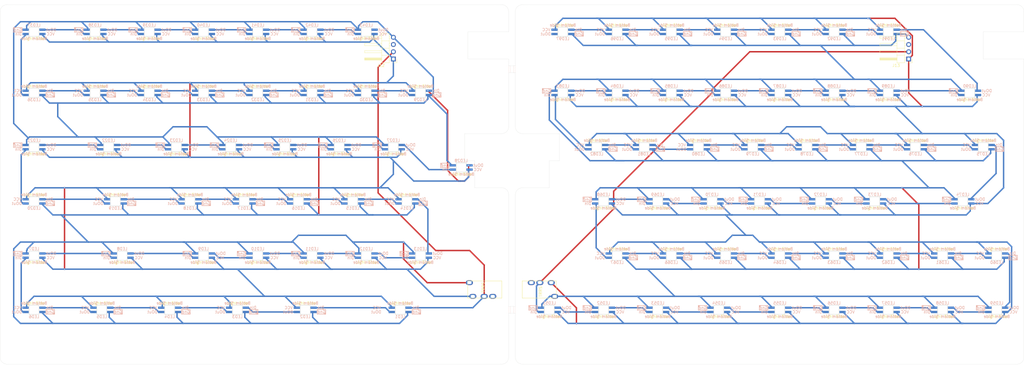
<source format=kicad_pcb>
(kicad_pcb (version 20241229) (generator "pcbnew") (generator_version "9.0")
  (layers (0 "F.Cu" signal) (2 "B.Cu" signal) (13 "F.Paste" user) (15 "B.Paste" user) (5 "F.SilkS" user "F.Silkscreen") (7 "B.SilkS" user "B.Silkscreen") (1 "F.Mask" user) (3 "B.Mask" user) (25 "Edge.Cuts" user))
  (net 0 "")
  (net 1 "Net-(LED1-DOUT)")
  (net 2 "Net-(LED2-DOUT)")
  (net 3 "Net-(LED3-DOUT)")
  (net 4 "Net-(LED4-DOUT)")
  (net 5 "Net-(LED5-DOUT)")
  (net 6 "Net-(LED6-DOUT)")
  (net 7 "Net-(LED7-DOUT)")
  (net 8 "Net-(LED8-DOUT)")
  (net 9 "Net-(LED10-DIN)")
  (net 10 "Net-(LED10-DOUT)")
  (net 11 "Net-(LED11-DOUT)")
  (net 12 "Net-(LED12-DOUT)")
  (net 13 "Net-(LED13-DOUT)")
  (net 14 "Net-(LED14-DOUT)")
  (net 15 "Net-(LED15-DOUT)")
  (net 16 "Net-(LED16-DOUT)")
  (net 17 "Net-(LED17-DOUT)")
  (net 18 "Net-(LED18-DOUT)")
  (net 19 "Net-(LED19-DOUT)")
  (net 20 "Net-(LED20-DOUT)")
  (net 21 "Net-(LED21-DOUT)")
  (net 22 "Net-(LED22-DOUT)")
  (net 23 "Net-(LED23-DOUT)")
  (net 24 "Net-(LED24-DOUT)")
  (net 25 "Net-(LED25-DOUT)")
  (net 26 "Net-(LED26-DOUT)")
  (net 27 "Net-(LED27-DOUT)")
  (net 28 "Net-(LED28-DOUT)")
  (net 29 "Net-(LED29-DOUT)")
  (net 30 "Net-(LED30-DOUT)")
  (net 31 "Net-(LED31-DOUT)")
  (net 32 "Net-(LED32-DOUT)")
  (net 33 "Net-(LED33-DOUT)")
  (net 34 "Net-(LED34-DOUT)")
  (net 35 "Net-(LED35-DOUT)")
  (net 36 "Net-(LED36-DOUT)")
  (net 37 "Net-(LED37-DOUT)")
  (net 38 "Net-(LED38-DOUT)")
  (net 39 "Net-(LED39-DOUT)")
  (net 40 "Net-(LED40-DOUT)")
  (net 41 "Net-(LED41-DOUT)")
  (net 42 "Net-(LED42-DOUT)")
  (net 45 "VCC_LB")
  (net 46 "LED_LB")
  (net 47 "GND_LB")
  (net 48 "GND_RB")
  (net 49 "LED_RB")
  (net 51 "VDD_RB")
  (net 52 "Net-(LED51-DOUT)")
  (net 53 "Net-(LED52-DOUT)")
  (net 54 "Net-(LED53-DOUT)")
  (net 55 "Net-(LED54-DOUT)")
  (net 56 "Net-(LED55-DOUT)")
  (net 57 "Net-(LED56-DOUT)")
  (net 58 "Net-(LED57-DOUT)")
  (net 59 "Net-(LED58-DOUT)")
  (net 60 "Net-(LED59-DOUT)")
  (net 61 "Net-(LED60-DOUT)")
  (net 62 "Net-(LED61-DOUT)")
  (net 63 "Net-(LED62-DOUT)")
  (net 64 "Net-(LED63-DOUT)")
  (net 65 "Net-(LED64-DOUT)")
  (net 66 "Net-(LED65-DOUT)")
  (net 67 "Net-(LED66-DOUT)")
  (net 68 "Net-(LED67-DOUT)")
  (net 69 "Net-(LED68-DOUT)")
  (net 70 "Net-(LED69-DOUT)")
  (net 71 "Net-(LED70-DOUT)")
  (net 72 "Net-(LED71-DOUT)")
  (net 73 "Net-(LED72-DOUT)")
  (net 74 "Net-(LED73-DOUT)")
  (net 75 "Net-(LED74-DOUT)")
  (net 76 "Net-(LED75-DOUT)")
  (net 77 "Net-(LED76-DOUT)")
  (net 78 "Net-(LED77-DOUT)")
  (net 79 "Net-(LED78-DOUT)")
  (net 80 "Net-(LED79-DOUT)")
  (net 81 "Net-(LED80-DOUT)")
  (net 82 "Net-(LED81-DOUT)")
  (net 83 "Net-(LED82-DOUT)")
  (net 84 "Net-(LED83-DOUT)")
  (net 85 "Net-(LED84-DOUT)")
  (net 86 "Net-(LED85-DOUT)")
  (net 87 "Net-(LED86-DOUT)")
  (net 88 "Net-(LED87-DOUT)")
  (net 89 "Net-(LED88-DOUT)")
  (net 90 "Net-(LED89-DOUT)")
  (net 91 "Net-(LED90-DOUT)")
  (net 92 "Net-(LED91-DOUT)")
  (net 93 "Net-(LED92-DOUT)")
  (net 94 "Net-(LED93-DOUT)")
  (net 95 "Net-(LED94-DOUT)")
  (net 96 "Net-(LED95-DOUT)")
  (net 97 "Net-(LED96-DOUT)")
  (footprint "kbd_Parts:LED_SK6812MINI-E_BL" (layer "F.Cu") (at 140.49375 83.34375)
    (property "Reference" "LED25")
    (property "Value" "LED_SK6812MINI-E")
    (fp_line (start -1.75 -1.6) (end 1.75 -1.6) (stroke (width 0.12)) (layer "Edge.Cuts"))
    (fp_line (start -1.75 1.6) (end -1.75 -1.6) (stroke (width 0.12)) (layer "Edge.Cuts"))
    (fp_line (start 1.75 -1.6) (end 1.75 1.6) (stroke (width 0.12)) (layer "Edge.Cuts"))
    (fp_line (start 1.75 1.6) (end -1.75 1.6) (stroke (width 0.12)) (layer "Edge.Cuts"))
  )
  (footprint "kbd_Parts:LED_SK6812MINI-E_BL" (layer "F.Cu") (at 76.2 140.49375 180)
    (property "Reference" "LED5")
    (property "Value" "LED_SK6812MINI-E")
    (fp_line (start 1.75 1.6) (end -1.75 1.6) (stroke (width 0.12)) (layer "Edge.Cuts"))
    (fp_line (start 1.75 -1.6) (end 1.75 1.6) (stroke (width 0.12)) (layer "Edge.Cuts"))
    (fp_line (start -1.75 1.6) (end -1.75 -1.6) (stroke (width 0.12)) (layer "Edge.Cuts"))
    (fp_line (start -1.75 -1.6) (end 1.75 -1.6) (stroke (width 0.12)) (layer "Edge.Cuts"))
  )
  (footprint "kbd_Hole:m2_Screw_Hole" (layer "F.Cu") (at 176.2125 35.71875)
    (property "Reference" "Ref**")
    (property "Value" "Val**")
  )
  (footprint "kbd_Parts:LED_SK6812MINI-E_BL" (layer "F.Cu") (at 202.40625 90.4875)
    (property "Reference" "LED28")
    (property "Value" "LED_SK6812MINI-E")
    (fp_line (start -1.75 -1.6) (end 1.75 -1.6) (stroke (width 0.12)) (layer "Edge.Cuts"))
    (fp_line (start -1.75 1.6) (end -1.75 -1.6) (stroke (width 0.12)) (layer "Edge.Cuts"))
    (fp_line (start 1.75 -1.6) (end 1.75 1.6) (stroke (width 0.12)) (layer "Edge.Cuts"))
    (fp_line (start 1.75 1.6) (end -1.75 1.6) (stroke (width 0.12)) (layer "Edge.Cuts"))
  )
  (footprint "kbd_Parts:LED_SK6812MINI-E_BL" (layer "F.Cu") (at 150.01875 121.44375)
    (property "Reference" "LED11")
    (property "Value" "LED_SK6812MINI-E")
    (fp_line (start -1.75 -1.6) (end 1.75 -1.6) (stroke (width 0.12)) (layer "Edge.Cuts"))
    (fp_line (start -1.75 1.6) (end -1.75 -1.6) (stroke (width 0.12)) (layer "Edge.Cuts"))
    (fp_line (start 1.75 -1.6) (end 1.75 1.6) (stroke (width 0.12)) (layer "Edge.Cuts"))
    (fp_line (start 1.75 1.6) (end -1.75 1.6) (stroke (width 0.12)) (layer "Edge.Cuts"))
  )
  (footprint "kbd_Parts:LED_SK6812MINI-E_BL" (layer "F.Cu") (at 111.91875 121.44375)
    (property "Reference" "LED9")
    (property "Value" "LED_SK6812MINI-E")
    (fp_line (start -1.75 -1.6) (end 1.75 -1.6) (stroke (width 0.12)) (layer "Edge.Cuts"))
    (fp_line (start -1.75 1.6) (end -1.75 -1.6) (stroke (width 0.12)) (layer "Edge.Cuts"))
    (fp_line (start 1.75 -1.6) (end 1.75 1.6) (stroke (width 0.12)) (layer "Edge.Cuts"))
    (fp_line (start 1.75 1.6) (end -1.75 1.6) (stroke (width 0.12)) (layer "Edge.Cuts"))
  )
  (footprint "kbd_Parts:LED_SK6812MINI-E_BL" (layer "F.Cu") (at 238.125 42.8625 180)
    (property "Reference" "LED97")
    (property "Value" "LED_SK6812MINI-E")
    (fp_line (start 1.75 1.6) (end -1.75 1.6) (stroke (width 0.12)) (layer "Edge.Cuts"))
    (fp_line (start 1.75 -1.6) (end 1.75 1.6) (stroke (width 0.12)) (layer "Edge.Cuts"))
    (fp_line (start -1.75 1.6) (end -1.75 -1.6) (stroke (width 0.12)) (layer "Edge.Cuts"))
    (fp_line (start -1.75 -1.6) (end 1.75 -1.6) (stroke (width 0.12)) (layer "Edge.Cuts"))
  )
  (footprint "kbd_Parts:LED_SK6812MINI-E_BL" (layer "F.Cu") (at 130.96875 121.44375)
    (property "Reference" "LED10")
    (property "Value" "LED_SK6812MINI-E")
    (fp_line (start -1.75 -1.6) (end 1.75 -1.6) (stroke (width 0.12)) (layer "Edge.Cuts"))
    (fp_line (start -1.75 1.6) (end -1.75 -1.6) (stroke (width 0.12)) (layer "Edge.Cuts"))
    (fp_line (start 1.75 -1.6) (end 1.75 1.6) (stroke (width 0.12)) (layer "Edge.Cuts"))
    (fp_line (start 1.75 1.6) (end -1.75 1.6) (stroke (width 0.12)) (layer "Edge.Cuts"))
  )
  (footprint "Rikkodo_FootPrint:rkd_Point_Screw_Hall" (layer "F.Cu") (at 209.55 113.109375)
    (property "Reference" "Point1" (hide yes))
    (property "Value" "PointScrewHall" (hide yes))
  )
  (footprint "kbd_Parts:LED_SK6812MINI-E_BL" (layer "F.Cu") (at 333.375 64.29375)
    (property "Reference" "LED88")
    (property "Value" "LED_SK6812MINI-E")
    (fp_line (start -1.75 -1.6) (end 1.75 -1.6) (stroke (width 0.12)) (layer "Edge.Cuts"))
    (fp_line (start -1.75 1.6) (end -1.75 -1.6) (stroke (width 0.12)) (layer "Edge.Cuts"))
    (fp_line (start 1.75 -1.6) (end 1.75 1.6) (stroke (width 0.12)) (layer "Edge.Cuts"))
    (fp_line (start 1.75 1.6) (end -1.75 1.6) (stroke (width 0.12)) (layer "Edge.Cuts"))
  )
  (footprint "kbd_Parts:LED_SK6812MINI-E_BL" (layer "F.Cu") (at 295.275 64.29375)
    (property "Reference" "LED86")
    (property "Value" "LED_SK6812MINI-E")
    (fp_line (start -1.75 -1.6) (end 1.75 -1.6) (stroke (width 0.12)) (layer "Edge.Cuts"))
    (fp_line (start -1.75 1.6) (end -1.75 -1.6) (stroke (width 0.12)) (layer "Edge.Cuts"))
    (fp_line (start 1.75 -1.6) (end 1.75 1.6) (stroke (width 0.12)) (layer "Edge.Cuts"))
    (fp_line (start 1.75 1.6) (end -1.75 1.6) (stroke (width 0.12)) (layer "Edge.Cuts"))
  )
  (footprint "Rikkodo_FootPrint:rkd_cutdot" (layer "F.Cu") (at 219.371969 140.49375 90)
    (property "Reference" "REF**" (hide yes))
    (property "Value" "rkd_cutdot" (hide yes))
    (fp_line (start 1.190624 0.297656) (end 1.190482 -0.297479) (stroke (width 0.05)) (layer "Edge.Cuts"))
    (fp_line (start -1.190628 0.297656) (end -1.190768 -0.297479) (stroke (width 0.05)) (layer "Edge.Cuts"))
  )
  (footprint "kbd_Parts:LED_SK6812MINI-E_BL" (layer "F.Cu") (at 145.25625 102.39375 180)
    (property "Reference" "LED16")
    (property "Value" "LED_SK6812MINI-E")
    (fp_line (start 1.75 1.6) (end -1.75 1.6) (stroke (width 0.12)) (layer "Edge.Cuts"))
    (fp_line (start 1.75 -1.6) (end 1.75 1.6) (stroke (width 0.12)) (layer "Edge.Cuts"))
    (fp_line (start -1.75 1.6) (end -1.75 -1.6) (stroke (width 0.12)) (layer "Edge.Cuts"))
    (fp_line (start -1.75 -1.6) (end 1.75 -1.6) (stroke (width 0.12)) (layer "Edge.Cuts"))
  )
  (footprint "kbd_Parts:LED_SK6812MINI-E_BL" (layer "F.Cu") (at 52.3875 121.44375)
    (property "Reference" "LED7")
    (property "Value" "LED_SK6812MINI-E")
    (fp_line (start -1.75 -1.6) (end 1.75 -1.6) (stroke (width 0.12)) (layer "Edge.Cuts"))
    (fp_line (start -1.75 1.6) (end -1.75 -1.6) (stroke (width 0.12)) (layer "Edge.Cuts"))
    (fp_line (start 1.75 -1.6) (end 1.75 1.6) (stroke (width 0.12)) (layer "Edge.Cuts"))
    (fp_line (start 1.75 1.6) (end -1.75 1.6) (stroke (width 0.12)) (layer "Edge.Cuts"))
  )
  (footprint "Rikkodo_FootPrint:rkd_cutdot" (layer "F.Cu") (at 221.158408 55.959098 90)
    (property "Reference" "REF**" (hide yes))
    (property "Value" "rkd_cutdot" (hide yes))
    (fp_line (start 1.190624 0.297656) (end 1.190482 -0.297479) (stroke (width 0.05)) (layer "Edge.Cuts"))
    (fp_line (start -1.190628 0.297656) (end -1.190768 -0.297479) (stroke (width 0.05)) (layer "Edge.Cuts"))
  )
  (footprint "Rikkodo_FootPrint:rkd_SekiBall_ScrewHall" (layer "F.Cu") (at 220.26581 116.086035 90)
    (property "Reference" "REF**" (hide yes))
    (property "Value" "rkd_SekiBall_ScrewHall")
  )
  (footprint "kbd_Parts:LED_SK6812MINI-E_BL" (layer "F.Cu") (at 169.06875 64.29375 180)
    (property "Reference" "LED30")
    (property "Value" "LED_SK6812MINI-E")
    (fp_line (start 1.75 1.6) (end -1.75 1.6) (stroke (width 0.12)) (layer "Edge.Cuts"))
    (fp_line (start 1.75 -1.6) (end 1.75 1.6) (stroke (width 0.12)) (layer "Edge.Cuts"))
    (fp_line (start -1.75 1.6) (end -1.75 -1.6) (stroke (width 0.12)) (layer "Edge.Cuts"))
    (fp_line (start -1.75 -1.6) (end 1.75 -1.6) (stroke (width 0.12)) (layer "Edge.Cuts"))
  )
  (footprint "kbd_Parts:LED_SK6812MINI-E_BL" (layer "F.Cu") (at 92.86875 42.8625)
    (property "Reference" "LED39")
    (property "Value" "LED_SK6812MINI-E")
    (fp_line (start -1.75 -1.6) (end 1.75 -1.6) (stroke (width 0.12)) (layer "Edge.Cuts"))
    (fp_line (start -1.75 1.6) (end -1.75 -1.6) (stroke (width 0.12)) (layer "Edge.Cuts"))
    (fp_line (start 1.75 -1.6) (end 1.75 1.6) (stroke (width 0.12)) (layer "Edge.Cuts"))
    (fp_line (start 1.75 1.6) (end -1.75 1.6) (stroke (width 0.12)) (layer "Edge.Cuts"))
  )
  (footprint "kbd_Parts:LED_SK6812MINI-E_BL" (layer "F.Cu") (at 295.275 121.44375 180)
    (property "Reference" "LED65")
    (property "Value" "LED_SK6812MINI-E")
    (fp_line (start 1.75 1.6) (end -1.75 1.6) (stroke (width 0.12)) (layer "Edge.Cuts"))
    (fp_line (start 1.75 -1.6) (end 1.75 1.6) (stroke (width 0.12)) (layer "Edge.Cuts"))
    (fp_line (start -1.75 1.6) (end -1.75 -1.6) (stroke (width 0.12)) (layer "Edge.Cuts"))
    (fp_line (start -1.75 -1.6) (end 1.75 -1.6) (stroke (width 0.12)) (layer "Edge.Cuts"))
  )
  (footprint "kbd_Parts:LED_SK6812MINI-E_BL" (layer "F.Cu") (at 238.125 64.29375)
    (property "Reference" "LED83")
    (property "Value" "LED_SK6812MINI-E")
    (fp_line (start -1.75 -1.6) (end 1.75 -1.6) (stroke (width 0.12)) (layer "Edge.Cuts"))
    (fp_line (start -1.75 1.6) (end -1.75 -1.6) (stroke (width 0.12)) (layer "Edge.Cuts"))
    (fp_line (start 1.75 -1.6) (end 1.75 1.6) (stroke (width 0.12)) (layer "Edge.Cuts"))
    (fp_line (start 1.75 1.6) (end -1.75 1.6) (stroke (width 0.12)) (layer "Edge.Cuts"))
  )
  (footprint "kbd_Parts:LED_SK6812MINI-E_BL" (layer "F.Cu") (at 276.225 64.29375)
    (property "Reference" "LED85")
    (property "Value" "LED_SK6812MINI-E")
    (fp_line (start -1.75 -1.6) (end 1.75 -1.6) (stroke (width 0.12)) (layer "Edge.Cuts"))
    (fp_line (start -1.75 1.6) (end -1.75 -1.6) (stroke (width 0.12)) (layer "Edge.Cuts"))
    (fp_line (start 1.75 -1.6) (end 1.75 1.6) (stroke (width 0.12)) (layer "Edge.Cuts"))
    (fp_line (start 1.75 1.6) (end -1.75 1.6) (stroke (width 0.12)) (layer "Edge.Cuts"))
  )
  (footprint "kbd_Hole:m2_Screw_Hole" (layer "F.Cu") (at 300.0375 116.68125)
    (property "Reference" "Ref**")
    (property "Value" "Val**")
  )
  (footprint "kbd_Hole:m2_Screw_Hole" (layer "F.Cu") (at 102.39375 78.58125)
    (property "Reference" "Ref**")
    (property "Value" "Val**")
  )
  (footprint "kbd_Parts:LED_SK6812MINI-E_BL" (layer "F.Cu") (at 100.0125 140.49375 180)
    (property "Reference" "LED4")
    (property "Value" "LED_SK6812MINI-E")
    (fp_line (start 1.75 1.6) (end -1.75 1.6) (stroke (width 0.12)) (layer "Edge.Cuts"))
    (fp_line (start 1.75 -1.6) (end 1.75 1.6) (stroke (width 0.12)) (layer "Edge.Cuts"))
    (fp_line (start -1.75 1.6) (end -1.75 -1.6) (stroke (width 0.12)) (layer "Edge.Cuts"))
    (fp_line (start -1.75 -1.6) (end 1.75 -1.6) (stroke (width 0.12)) (layer "Edge.Cuts"))
  )
  (footprint "kbd_Hole:m2_Screw_Hole" (layer "F.Cu") (at 395.2875 35.71875)
    (property "Reference" "Ref**")
    (property "Value" "Val**")
  )
  (footprint "kbd_Parts:LED_SK6812MINI-E_BL" (layer "F.Cu") (at 314.325 140.49375)
    (property "Reference" "LED55")
    (property "Value" "LED_SK6812MINI-E")
    (fp_line (start -1.75 -1.6) (end 1.75 -1.6) (stroke (width 0.12)) (layer "Edge.Cuts"))
    (fp_line (start -1.75 1.6) (end -1.75 -1.6) (stroke (width 0.12)) (layer "Edge.Cuts"))
    (fp_line (start 1.75 -1.6) (end 1.75 1.6) (stroke (width 0.12)) (layer "Edge.Cuts"))
    (fp_line (start 1.75 1.6) (end -1.75 1.6) (stroke (width 0.12)) (layer "Edge.Cuts"))
  )
  (footprint "kbd_Parts:LED_SK6812MINI-E_BL" (layer "F.Cu") (at 159.54375 83.34375)
    (property "Reference" "LED26")
    (property "Value" "LED_SK6812MINI-E")
    (fp_line (start -1.75 -1.6) (end 1.75 -1.6) (stroke (width 0.12)) (layer "Edge.Cuts"))
    (fp_line (start -1.75 1.6) (end -1.75 -1.6) (stroke (width 0.12)) (layer "Edge.Cuts"))
    (fp_line (start 1.75 -1.6) (end 1.75 1.6) (stroke (width 0.12)) (layer "Edge.Cuts"))
    (fp_line (start 1.75 1.6) (end -1.75 1.6) (stroke (width 0.12)) (layer "Edge.Cuts"))
  )
  (footprint "kbd_Parts:LED_SK6812MINI-E_BL" (layer "F.Cu") (at 111.91875 42.8625)
    (property "Reference" "LED40")
    (property "Value" "LED_SK6812MINI-E")
    (fp_line (start -1.75 -1.6) (end 1.75 -1.6) (stroke (width 0.12)) (layer "Edge.Cuts"))
    (fp_line (start -1.75 1.6) (end -1.75 -1.6) (stroke (width 0.12)) (layer "Edge.Cuts"))
    (fp_line (start 1.75 -1.6) (end 1.75 1.6) (stroke (width 0.12)) (layer "Edge.Cuts"))
    (fp_line (start 1.75 1.6) (end -1.75 1.6) (stroke (width 0.12)) (layer "Edge.Cuts"))
  )
  (footprint "kbd_Parts:LED_SK6812MINI-E_BL" (layer "F.Cu") (at 371.475 121.44375 180)
    (property "Reference" "LED61")
    (property "Value" "LED_SK6812MINI-E")
    (fp_line (start 1.75 1.6) (end -1.75 1.6) (stroke (width 0.12)) (layer "Edge.Cuts"))
    (fp_line (start 1.75 -1.6) (end 1.75 1.6) (stroke (width 0.12)) (layer "Edge.Cuts"))
    (fp_line (start -1.75 1.6) (end -1.75 -1.6) (stroke (width 0.12)) (layer "Edge.Cuts"))
    (fp_line (start -1.75 -1.6) (end 1.75 -1.6) (stroke (width 0.12)) (layer "Edge.Cuts"))
  )
  (footprint "BrownSugar_KBD:TRRS_PJ-320A" (layer "F.Cu") (at 223.8375 133.35 90)
    (property "Reference" "J9")
    (property "Value" "TRRS" (hide yes))
  )
  (footprint "kbd_Parts:LED_SK6812MINI-E_BL" (layer "F.Cu") (at 126.20625 102.39375 180)
    (property "Reference" "LED17")
    (property "Value" "LED_SK6812MINI-E")
    (fp_line (start 1.75 1.6) (end -1.75 1.6) (stroke (width 0.12)) (layer "Edge.Cuts"))
    (fp_line (start 1.75 -1.6) (end 1.75 1.6) (stroke (width 0.12)) (layer "Edge.Cuts"))
    (fp_line (start -1.75 1.6) (end -1.75 -1.6) (stroke (width 0.12)) (layer "Edge.Cuts"))
    (fp_line (start -1.75 -1.6) (end 1.75 -1.6) (stroke (width 0.12)) (layer "Edge.Cuts"))
  )
  (footprint "kbd_Parts:LED_SK6812MINI-E_BL" (layer "F.Cu") (at 188.11875 64.29375 180)
    (property "Reference" "LED29")
    (property "Value" "LED_SK6812MINI-E")
    (fp_line (start 1.75 1.6) (end -1.75 1.6) (stroke (width 0.12)) (layer "Edge.Cuts"))
    (fp_line (start 1.75 -1.6) (end 1.75 1.6) (stroke (width 0.12)) (layer "Edge.Cuts"))
    (fp_line (start -1.75 1.6) (end -1.75 -1.6) (stroke (width 0.12)) (layer "Edge.Cuts"))
    (fp_line (start -1.75 -1.6) (end 1.75 -1.6) (stroke (width 0.12)) (layer "Edge.Cuts"))
  )
  (footprint "kbd_Parts:LED_SK6812MINI-E_BL" (layer "F.Cu") (at 233.3625 140.49375)
    (property "Reference" "LED51")
    (property "Value" "LED_SK6812MINI-E")
    (fp_line (start -1.75 -1.6) (end 1.75 -1.6) (stroke (width 0.12)) (layer "Edge.Cuts"))
    (fp_line (start -1.75 1.6) (end -1.75 -1.6) (stroke (width 0.12)) (layer "Edge.Cuts"))
    (fp_line (start 1.75 -1.6) (end 1.75 1.6) (stroke (width 0.12)) (layer "Edge.Cuts"))
    (fp_line (start 1.75 1.6) (end -1.75 1.6) (stroke (width 0.12)) (layer "Edge.Cuts"))
  )
  (footprint "kbd_Parts:LED_SK6812MINI-E_BL" (layer "F.Cu") (at 314.325 121.44375 180)
    (property "Reference" "LED64")
    (property "Value" "LED_SK6812MINI-E")
    (fp_line (start 1.75 1.6) (end -1.75 1.6) (stroke (width 0.12)) (layer "Edge.Cuts"))
    (fp_line (start 1.75 -1.6) (end 1.75 1.6) (stroke (width 0.12)) (layer "Edge.Cuts"))
    (fp_line (start -1.75 1.6) (end -1.75 -1.6) (stroke (width 0.12)) (layer "Edge.Cuts"))
    (fp_line (start -1.75 -1.6) (end 1.75 -1.6) (stroke (width 0.12)) (layer "Edge.Cuts"))
  )
  (footprint "kbd_Parts:LED_SK6812MINI-E_BL" (layer "F.Cu") (at 314.325 64.29375)
    (property "Reference" "LED87")
    (property "Value" "LED_SK6812MINI-E")
    (fp_line (start -1.75 -1.6) (end 1.75 -1.6) (stroke (width 0.12)) (layer "Edge.Cuts"))
    (fp_line (start -1.75 1.6) (end -1.75 -1.6) (stroke (width 0.12)) (layer "Edge.Cuts"))
    (fp_line (start 1.75 -1.6) (end 1.75 1.6) (stroke (width 0.12)) (layer "Edge.Cuts"))
    (fp_line (start 1.75 1.6) (end -1.75 1.6) (stroke (width 0.12)) (layer "Edge.Cuts"))
  )
  (footprint "kbd_Parts:LED_SK6812MINI-E_BL" (layer "F.Cu") (at 333.375 140.49375)
    (property "Reference" "LED56")
    (property "Value" "LED_SK6812MINI-E")
    (fp_line (start -1.75 -1.6) (end 1.75 -1.6) (stroke (width 0.12)) (layer "Edge.Cuts"))
    (fp_line (start -1.75 1.6) (end -1.75 -1.6) (stroke (width 0.12)) (layer "Edge.Cuts"))
    (fp_line (start 1.75 -1.6) (end 1.75 1.6) (stroke (width 0.12)) (layer "Edge.Cuts"))
    (fp_line (start 1.75 1.6) (end -1.75 1.6) (stroke (width 0.12)) (layer "Edge.Cuts"))
  )
  (footprint "kbd_Parts:LED_SK6812MINI-E_BL" (layer "F.Cu") (at 257.175 64.29375)
    (property "Reference" "LED84")
    (property "Value" "LED_SK6812MINI-E")
    (fp_line (start -1.75 -1.6) (end 1.75 -1.6) (stroke (width 0.12)) (layer "Edge.Cuts"))
    (fp_line (start -1.75 1.6) (end -1.75 -1.6) (stroke (width 0.12)) (layer "Edge.Cuts"))
    (fp_line (start 1.75 -1.6) (end 1.75 1.6) (stroke (width 0.12)) (layer "Edge.Cuts"))
    (fp_line (start 1.75 1.6) (end -1.75 1.6) (stroke (width 0.12)) (layer "Edge.Cuts"))
  )
  (footprint "kbd_Parts:LED_SK6812MINI-E_BL" (layer "F.Cu") (at 52.3875 102.39375 180)
    (property "Reference" "LED20")
    (property "Value" "LED_SK6812MINI-E")
    (fp_line (start 1.75 1.6) (end -1.75 1.6) (stroke (width 0.12)) (layer "Edge.Cuts"))
    (fp_line (start 1.75 -1.6) (end 1.75 1.6) (stroke (width 0.12)) (layer "Edge.Cuts"))
    (fp_line (start -1.75 1.6) (end -1.75 -1.6) (stroke (width 0.12)) (layer "Edge.Cuts"))
    (fp_line (start -1.75 -1.6) (end 1.75 -1.6) (stroke (width 0.12)) (layer "Edge.Cuts"))
  )
  (footprint "kbd_Parts:LED_SK6812MINI-E_BL" (layer "F.Cu") (at 52.3875 140.49375 180)
    (property "Reference" "LED6")
    (property "Value" "LED_SK6812MINI-E")
    (fp_line (start 1.75 1.6) (end -1.75 1.6) (stroke (width 0.12)) (layer "Edge.Cuts"))
    (fp_line (start 1.75 -1.6) (end 1.75 1.6) (stroke (width 0.12)) (layer "Edge.Cuts"))
    (fp_line (start -1.75 1.6) (end -1.75 -1.6) (stroke (width 0.12)) (layer "Edge.Cuts"))
    (fp_line (start -1.75 -1.6) (end 1.75 -1.6) (stroke (width 0.12)) (layer "Edge.Cuts"))
  )
  (footprint "kbd_Parts:LED_SK6812MINI-E_BL" (layer "F.Cu") (at 347.6625 102.39375)
    (property "Reference" "LED73")
    (property "Value" "LED_SK6812MINI-E")
    (fp_line (start -1.75 -1.6) (end 1.75 -1.6) (stroke (width 0.12)) (layer "Edge.Cuts"))
    (fp_line (start -1.75 1.6) (end -1.75 -1.6) (stroke (width 0.12)) (layer "Edge.Cuts"))
    (fp_line (start 1.75 -1.6) (end 1.75 1.6) (stroke (width 0.12)) (layer "Edge.Cuts"))
    (fp_line (start 1.75 1.6) (end -1.75 1.6) (stroke (width 0.12)) (layer "Edge.Cuts"))
  )
  (footprint "kbd_Parts:LED_SK6812MINI-E_BL" (layer "F.Cu") (at 121.44375 83.34375)
    (property "Reference" "LED24")
    (property "Value" "LED_SK6812MINI-E")
    (fp_line (start -1.75 -1.6) (end 1.75 -1.6) (stroke (width 0.12)) (layer "Edge.Cuts"))
    (fp_line (start -1.75 1.6) (end -1.75 -1.6) (stroke (width 0.12)) (layer "Edge.Cuts"))
    (fp_line (start 1.75 -1.6) (end 1.75 1.6) (stroke (width 0.12)) (layer "Edge.Cuts"))
    (fp_line (start 1.75 1.6) (end -1.75 1.6) (stroke (width 0.12)) (layer "Edge.Cuts"))
  )
  (footprint "kbd_Parts:LED_SK6812MINI-E_BL" (layer "F.Cu") (at 111.91875 64.29375 180)
    (property "Reference" "LED33")
    (property "Value" "LED_SK6812MINI-E")
    (fp_line (start 1.75 1.6) (end -1.75 1.6) (stroke (width 0.12)) (layer "Edge.Cuts"))
    (fp_line (start 1.75 -1.6) (end 1.75 1.6) (stroke (width 0.12)) (layer "Edge.Cuts"))
    (fp_line (start -1.75 1.6) (end -1.75 -1.6) (stroke (width 0.12)) (layer "Edge.Cuts"))
    (fp_line (start -1.75 -1.6) (end 1.75 -1.6) (stroke (width 0.12)) (layer "Edge.Cuts"))
  )
  (footprint "kbd_Parts:LED_SK6812MINI-E_BL" (layer "F.Cu") (at 266.7 83.34375 180)
    (property "Reference" "LED81")
    (property "Value" "LED_SK6812MINI-E")
    (fp_line (start 1.75 1.6) (end -1.75 1.6) (stroke (width 0.12)) (layer "Edge.Cuts"))
    (fp_line (start 1.75 -1.6) (end 1.75 1.6) (stroke (width 0.12)) (layer "Edge.Cuts"))
    (fp_line (start -1.75 1.6) (end -1.75 -1.6) (stroke (width 0.12)) (layer "Edge.Cuts"))
    (fp_line (start -1.75 -1.6) (end 1.75 -1.6) (stroke (width 0.12)) (layer "Edge.Cuts"))
  )
  (footprint "kbd_Parts:LED_SK6812MINI-E_BL" (layer "F.Cu") (at 333.375 42.8625 180)
    (property "Reference" "LED92")
    (property "Value" "LED_SK6812MINI-E")
    (fp_line (start 1.75 1.6) (end -1.75 1.6) (stroke (width 0.12)) (layer "Edge.Cuts"))
    (fp_line (start 1.75 -1.6) (end 1.75 1.6) (stroke (width 0.12)) (layer "Edge.Cuts"))
    (fp_line (start -1.75 1.6) (end -1.75 -1.6) (stroke (width 0.12)) (layer "Edge.Cuts"))
    (fp_line (start -1.75 -1.6) (end 1.75 -1.6) (stroke (width 0.12)) (layer "Edge.Cuts"))
  )
  (footprint "Rikkodo_FootPrint:rkd_cutdot" (layer "F.Cu") (at 219.372472 55.959328 90)
    (property "Reference" "REF**" (hide yes))
    (property "Value" "rkd_cutdot" (hide yes))
    (fp_line (start 1.190624 0.297656) (end 1.190482 -0.297479) (stroke (width 0.05)) (layer "Edge.Cuts"))
    (fp_line (start -1.190628 0.297656) (end -1.190768 -0.297479) (stroke (width 0.05)) (layer "Edge.Cuts"))
  )
  (footprint "kbd_Parts:LED_SK6812MINI-E_BL" (layer "F.Cu") (at 290.5125 102.39375)
    (property "Reference" "LED70")
    (property "Value" "LED_SK6812MINI-E")
    (fp_line (start -1.75 -1.6) (end 1.75 -1.6) (stroke (width 0.12)) (layer "Edge.Cuts"))
    (fp_line (start -1.75 1.6) (end -1.75 -1.6) (stroke (width 0.12)) (layer "Edge.Cuts"))
    (fp_line (start 1.75 -1.6) (end 1.75 1.6) (stroke (width 0.12)) (layer "Edge.Cuts"))
    (fp_line (start 1.75 1.6) (end -1.75 1.6) (stroke (width 0.12)) (layer "Edge.Cuts"))
  )
  (footprint "kbd_Parts:LED_SK6812MINI-E_BL" (layer "F.Cu") (at 385.7625 83.34375 180)
    (property "Reference" "LED75")
    (property "Value" "LED_SK6812MINI-E")
    (fp_line (start 1.75 1.6) (end -1.75 1.6) (stroke (width 0.12)) (layer "Edge.Cuts"))
    (fp_line (start 1.75 -1.6) (end 1.75 1.6) (stroke (width 0.12)) (layer "Edge.Cuts"))
    (fp_line (start -1.75 1.6) (end -1.75 -1.6) (stroke (width 0.12)) (layer "Edge.Cuts"))
    (fp_line (start -1.75 -1.6) (end 1.75 -1.6) (stroke (width 0.12)) (layer "Edge.Cuts"))
  )
  (footprint "kbd_Parts:LED_SK6812MINI-E_BL" (layer "F.Cu") (at 378.61875 102.39375)
    (property "Reference" "LED74")
    (property "Value" "LED_SK6812MINI-E")
    (fp_line (start -1.75 -1.6) (end 1.75 -1.6) (stroke (width 0.12)) (layer "Edge.Cuts"))
    (fp_line (start -1.75 1.6) (end -1.75 -1.6) (stroke (width 0.12)) (layer "Edge.Cuts"))
    (fp_line (start 1.75 -1.6) (end 1.75 1.6) (stroke (width 0.12)) (layer "Edge.Cuts"))
    (fp_line (start 1.75 1.6) (end -1.75 1.6) (stroke (width 0.12)) (layer "Edge.Cuts"))
  )
  (footprint "kbd_Parts:LED_SK6812MINI-E_BL" (layer "F.Cu") (at 342.9 83.34375 180)
    (property "Reference" "LED77")
    (property "Value" "LED_SK6812MINI-E")
    (fp_line (start 1.75 1.6) (end -1.75 1.6) (stroke (width 0.12)) (layer "Edge.Cuts"))
    (fp_line (start 1.75 -1.6) (end 1.75 1.6) (stroke (width 0.12)) (layer "Edge.Cuts"))
    (fp_line (start -1.75 1.6) (end -1.75 -1.6) (stroke (width 0.12)) (layer "Edge.Cuts"))
    (fp_line (start -1.75 -1.6) (end 1.75 -1.6) (stroke (width 0.12)) (layer "Edge.Cuts"))
  )
  (footprint "kbd_Parts:LED_SK6812MINI-E_BL" (layer "F.Cu") (at 150.01875 42.8625)
    (property "Reference" "LED42")
    (property "Value" "LED_SK6812MINI-E")
    (fp_line (start -1.75 -1.6) (end 1.75 -1.6) (stroke (width 0.12)) (layer "Edge.Cuts"))
    (fp_line (start -1.75 1.6) (end -1.75 -1.6) (stroke (width 0.12)) (layer "Edge.Cuts"))
    (fp_line (start 1.75 -1.6) (end 1.75 1.6) (stroke (width 0.12)) (layer "Edge.Cuts"))
    (fp_line (start 1.75 1.6) (end -1.75 1.6) (stroke (width 0.12)) (layer "Edge.Cuts"))
  )
  (footprint "kbd_Parts:LED_SK6812MINI-E_BL" (layer "F.Cu") (at 188.11875 121.44375)
    (property "Reference" "LED13")
    (property "Value" "LED_SK6812MINI-E")
    (fp_line (start -1.75 -1.6) (end 1.75 -1.6) (stroke (width 0.12)) (layer "Edge.Cuts"))
    (fp_line (start -1.75 1.6) (end -1.75 -1.6) (stroke (width 0.12)) (layer "Edge.Cuts"))
    (fp_line (start 1.75 -1.6) (end 1.75 1.6) (stroke (width 0.12)) (layer "Edge.Cuts"))
    (fp_line (start 1.75 1.6) (end -1.75 1.6) (stroke (width 0.12)) (layer "Edge.Cuts"))
  )
  (footprint "kbd_Parts:LED_SK6812MINI-E_BL" (layer "F.Cu") (at 292.89375 140.49375)
    (property "Reference" "LED54")
    (property "Value" "LED_SK6812MINI-E")
    (fp_line (start -1.75 -1.6) (end 1.75 -1.6) (stroke (width 0.12)) (layer "Edge.Cuts"))
    (fp_line (start -1.75 1.6) (end -1.75 -1.6) (stroke (width 0.12)) (layer "Edge.Cuts"))
    (fp_line (start 1.75 -1.6) (end 1.75 1.6) (stroke (width 0.12)) (layer "Edge.Cuts"))
    (fp_line (start 1.75 1.6) (end -1.75 1.6) (stroke (width 0.12)) (layer "Edge.Cuts"))
  )
  (footprint "kbd_Parts:LED_SK6812MINI-E_BL" (layer "F.Cu") (at 102.39375 83.34375)
    (property "Reference" "LED23")
    (property "Value" "LED_SK6812MINI-E")
    (fp_line (start -1.75 -1.6) (end 1.75 -1.6) (stroke (width 0.12)) (layer "Edge.Cuts"))
    (fp_line (start -1.75 1.6) (end -1.75 -1.6) (stroke (width 0.12)) (layer "Edge.Cuts"))
    (fp_line (start 1.75 -1.6) (end 1.75 1.6) (stroke (width 0.12)) (layer "Edge.Cuts"))
    (fp_line (start 1.75 1.6) (end -1.75 1.6) (stroke (width 0.12)) (layer "Edge.Cuts"))
  )
  (footprint "kbd_Parts:LED_SK6812MINI-E_BL" (layer "F.Cu") (at 252.4125 102.39375)
    (property "Reference" "LED68")
    (property "Value" "LED_SK6812MINI-E")
    (fp_line (start -1.75 -1.6) (end 1.75 -1.6) (stroke (width 0.12)) (layer "Edge.Cuts"))
    (fp_line (start -1.75 1.6) (end -1.75 -1.6) (stroke (width 0.12)) (layer "Edge.Cuts"))
    (fp_line (start 1.75 -1.6) (end 1.75 1.6) (stroke (width 0.12)) (layer "Edge.Cuts"))
    (fp_line (start 1.75 1.6) (end -1.75 1.6) (stroke (width 0.12)) (layer "Edge.Cuts"))
  )
  (footprint "kbd_Hole:m2_Screw_Hole" (layer "F.Cu") (at 45.24375 35.71875)
    (property "Reference" "Ref**")
    (property "Value" "Val**")
  )
  (footprint "kbd_Hole:m2_Screw_Hole" (layer "F.Cu") (at 357.1875 35.71875)
    (property "Reference" "Ref**")
    (property "Value" "Val**")
  )
  (footprint "kbd_Parts:LED_SK6812MINI-E_BL" (layer "F.Cu") (at 183.35625 102.39375 180)
    (property "Reference" "LED14")
    (property "Value" "LED_SK6812MINI-E")
    (fp_line (start 1.75 1.6) (end -1.75 1.6) (stroke (width 0.12)) (layer "Edge.Cuts"))
    (fp_line (start 1.75 -1.6) (end 1.75 1.6) (stroke (width 0.12)) (layer "Edge.Cuts"))
    (fp_line (start -1.75 1.6) (end -1.75 -1.6) (stroke (width 0.12)) (layer "Edge.Cuts"))
    (fp_line (start -1.75 -1.6) (end 1.75 -1.6) (stroke (width 0.12)) (layer "Edge.Cuts"))
  )
  (footprint "kbd_Parts:LED_SK6812MINI-E_BL" (layer "F.Cu") (at 352.425 42.8625 180)
    (property "Reference" "LED91")
    (property "Value" "LED_SK6812MINI-E")
    (fp_line (start 1.75 1.6) (end -1.75 1.6) (stroke (width 0.12)) (layer "Edge.Cuts"))
    (fp_line (start 1.75 -1.6) (end 1.75 1.6) (stroke (width 0.12)) (layer "Edge.Cuts"))
    (fp_line (start -1.75 1.6) (end -1.75 -1.6) (stroke (width 0.12)) (layer "Edge.Cuts"))
    (fp_line (start -1.75 -1.6) (end 1.75 -1.6) (stroke (width 0.12)) (layer "Edge.Cuts"))
  )
  (footprint "kbd_Parts:LED_SK6812MINI-E_BL" (layer "F.Cu") (at 276.225 121.44375 180)
    (property "Reference" "LED66")
    (property "Value" "LED_SK6812MINI-E")
    (fp_line (start 1.75 1.6) (end -1.75 1.6) (stroke (width 0.12)) (layer "Edge.Cuts"))
    (fp_line (start 1.75 -1.6) (end 1.75 1.6) (stroke (width 0.12)) (layer "Edge.Cuts"))
    (fp_line (start -1.75 1.6) (end -1.75 -1.6) (stroke (width 0.12)) (layer "Edge.Cuts"))
    (fp_line (start -1.75 -1.6) (end 1.75 -1.6) (stroke (width 0.12)) (layer "Edge.Cuts"))
  )
  (footprint "Rikkodo_FootPrint:rkd_SekiBall_ScrewHall" (layer "F.Cu") (at 220.26581 116.086035)
    (property "Reference" "REF**" (hide yes))
    (property "Value" "rkd_SekiBall_ScrewHall")
  )
  (footprint "kbd_Parts:LED_SK6812MINI-E_BL" (layer "F.Cu") (at 295.275 42.8625 180)
    (property "Reference" "LED94")
    (property "Value" "LED_SK6812MINI-E")
    (fp_line (start 1.75 1.6) (end -1.75 1.6) (stroke (width 0.12)) (layer "Edge.Cuts"))
    (fp_line (start 1.75 -1.6) (end 1.75 1.6) (stroke (width 0.12)) (layer "Edge.Cuts"))
    (fp_line (start -1.75 1.6) (end -1.75 -1.6) (stroke (width 0.12)) (layer "Edge.Cuts"))
    (fp_line (start -1.75 -1.6) (end 1.75 -1.6) (stroke (width 0.12)) (layer "Edge.Cuts"))
  )
  (footprint "kbd_Parts:LED_SK6812MINI-E_BL" (layer "F.Cu") (at 52.3875 83.34375)
    (property "Reference" "LED21")
    (property "Value" "LED_SK6812MINI-E")
    (fp_line (start -1.75 -1.6) (end 1.75 -1.6) (stroke (width 0.12)) (layer "Edge.Cuts"))
    (fp_line (start -1.75 1.6) (end -1.75 -1.6) (stroke (width 0.12)) (layer "Edge.Cuts"))
    (fp_line (start 1.75 -1.6) (end 1.75 1.6) (stroke (width 0.12)) (layer "Edge.Cuts"))
    (fp_line (start 1.75 1.6) (end -1.75 1.6) (stroke (width 0.12)) (layer "Edge.Cuts"))
  )
  (footprint "kbd_Parts:LED_SK6812MINI-E_BL" (layer "F.Cu") (at 250.03125 83.34375 180)
    (property "Reference" "LED82")
    (property "Value" "LED_SK6812MINI-E")
    (fp_line (start 1.75 1.6) (end -1.75 1.6) (stroke (width 0.12)) (layer "Edge.Cuts"))
    (fp_line (start 1.75 -1.6) (end 1.75 1.6) (stroke (width 0.12)) (layer "Edge.Cuts"))
    (fp_line (start -1.75 1.6) (end -1.75 -1.6) (stroke (width 0.12)) (layer "Edge.Cuts"))
    (fp_line (start -1.75 -1.6) (end 1.75 -1.6) (stroke (width 0.12)) (layer "Edge.Cuts"))
  )
  (footprint "kbd_Parts:LED_SK6812MINI-E_BL" (layer "F.Cu") (at 252.4125 140.49375)
    (property "Reference" "LED52")
    (property "Value" "LED_SK6812MINI-E")
    (fp_line (start -1.75 -1.6) (end 1.75 -1.6) (stroke (width 0.12)) (layer "Edge.Cuts"))
    (fp_line (start -1.75 1.6) (end -1.75 -1.6) (stroke (width 0.12)) (layer "Edge.Cuts"))
    (fp_line (start 1.75 -1.6) (end 1.75 1.6) (stroke (width 0.12)) (layer "Edge.Cuts"))
    (fp_line (start 1.75 1.6) (end -1.75 1.6) (stroke (width 0.12)) (layer "Edge.Cuts"))
  )
  (footprint "kbd_Parts:LED_SK6812MINI-E_BL" (layer "F.Cu") (at 361.95 83.34375 180)
    (property "Reference" "LED76")
    (property "Value" "LED_SK6812MINI-E")
    (fp_line (start 1.75 1.6) (end -1.75 1.6) (stroke (width 0.12)) (layer "Edge.Cuts"))
    (fp_line (start 1.75 -1.6) (end 1.75 1.6) (stroke (width 0.12)) (layer "Edge.Cuts"))
    (fp_line (start -1.75 1.6) (end -1.75 -1.6) (stroke (width 0.12)) (layer "Edge.Cuts"))
    (fp_line (start -1.75 -1.6) (end 1.75 -1.6) (stroke (width 0.12)) (layer "Edge.Cuts"))
  )
  (footprint "kbd_Hole:m2_Screw_Hole" (layer "F.Cu") (at 323.85 78.58125)
    (property "Reference" "Ref**")
    (property "Value" "Val**")
  )
  (footprint "kbd_Parts:LED_SK6812MINI-E_BL" (layer "F.Cu") (at 323.85 83.34375 180)
    (property "Reference" "LED78")
    (property "Value" "LED_SK6812MINI-E")
    (fp_line (start 1.75 1.6) (end -1.75 1.6) (stroke (width 0.12)) (layer "Edge.Cuts"))
    (fp_line (start 1.75 -1.6) (end 1.75 1.6) (stroke (width 0.12)) (layer "Edge.Cuts"))
    (fp_line (start -1.75 1.6) (end -1.75 -1.6) (stroke (width 0.12)) (layer "Edge.Cuts"))
    (fp_line (start -1.75 -1.6) (end 1.75 -1.6) (stroke (width 0.12)) (layer "Edge.Cuts"))
  )
  (footprint "kbd_Parts:LED_SK6812MINI-E_BL" (layer "F.Cu") (at 150.01875 64.29375 180)
    (property "Reference" "LED31")
    (property "Value" "LED_SK6812MINI-E")
    (fp_line (start 1.75 1.6) (end -1.75 1.6) (stroke (width 0.12)) (layer "Edge.Cuts"))
    (fp_line (start 1.75 -1.6) (end 1.75 1.6) (stroke (width 0.12)) (layer "Edge.Cuts"))
    (fp_line (start -1.75 1.6) (end -1.75 -1.6) (stroke (width 0.12)) (layer "Edge.Cuts"))
    (fp_line (start -1.75 -1.6) (end 1.75 -1.6) (stroke (width 0.12)) (layer "Edge.Cuts"))
  )
  (footprint "Connector_PinHeader_2.54mm:PinHeader_1x04_P2.54mm_Horizontal" (layer "F.Cu") (at 359.56875 52.3875 180)
    (property "Reference" "J13")
    (property "Value" "Conn_01x04")
  )
  (footprint "kbd_Parts:LED_SK6812MINI-E_BL" (layer "F.Cu") (at 169.06875 42.8625)
    (property "Reference" "LED43")
    (property "Value" "LED_SK6812MINI-E")
    (fp_line (start -1.75 -1.6) (end 1.75 -1.6) (stroke (width 0.12)) (layer "Edge.Cuts"))
    (fp_line (start -1.75 1.6) (end -1.75 -1.6) (stroke (width 0.12)) (layer "Edge.Cuts"))
    (fp_line (start 1.75 -1.6) (end 1.75 1.6) (stroke (width 0.12)) (layer "Edge.Cuts"))
    (fp_line (start 1.75 1.6) (end -1.75 1.6) (stroke (width 0.12)) (layer "Edge.Cuts"))
  )
  (footprint "kbd_Parts:LED_SK6812MINI-E_BL" (layer "F.Cu") (at 130.96875 64.29375 180)
    (property "Reference" "LED32")
    (property "Value" "LED_SK6812MINI-E")
    (fp_line (start 1.75 1.6) (end -1.75 1.6) (stroke (width 0.12)) (layer "Edge.Cuts"))
    (fp_line (start 1.75 -1.6) (end 1.75 1.6) (stroke (width 0.12)) (layer "Edge.Cuts"))
    (fp_line (start -1.75 1.6) (end -1.75 -1.6) (stroke (width 0.12)) (layer "Edge.Cuts"))
    (fp_line (start -1.75 -1.6) (end 1.75 -1.6) (stroke (width 0.12)) (layer "Edge.Cuts"))
  )
  (footprint "kbd_Parts:LED_SK6812MINI-E_BL" (layer "F.Cu") (at 304.8 83.34375 180)
    (property "Reference" "LED79")
    (property "Value" "LED_SK6812MINI-E")
    (fp_line (start 1.75 1.6) (end -1.75 1.6) (stroke (width 0.12)) (layer "Edge.Cuts"))
    (fp_line (start 1.75 -1.6) (end 1.75 1.6) (stroke (width 0.12)) (layer "Edge.Cuts"))
    (fp_line (start -1.75 1.6) (end -1.75 -1.6) (stroke (width 0.12)) (layer "Edge.Cuts"))
    (fp_line (start -1.75 -1.6) (end 1.75 -1.6) (stroke (width 0.12)) (layer "Edge.Cuts"))
  )
  (footprint "Connector_PinHeader_2.54mm:PinHeader_1x04_P2.54mm_Horizontal" (layer "F.Cu") (at 178.59375 52.3875 180)
    (property "Reference" "J12")
    (property "Value" "Conn_01x04")
  )
  (footprint "kbd_Parts:LED_SK6812MINI-E_BL" (layer "F.Cu") (at 169.06875 121.44375)
    (property "Reference" "LED12")
    (property "Value" "LED_SK6812MINI-E")
    (fp_line (start -1.75 -1.6) (end 1.75 -1.6) (stroke (width 0.12)) (layer "Edge.Cuts"))
    (fp_line (start -1.75 1.6) (end -1.75 -1.6) (stroke (width 0.12)) (layer "Edge.Cuts"))
    (fp_line (start 1.75 -1.6) (end 1.75 1.6) (stroke (width 0.12)) (layer "Edge.Cuts"))
    (fp_line (start 1.75 1.6) (end -1.75 1.6) (stroke (width 0.12)) (layer "Edge.Cuts"))
  )
  (footprint "kbd_Parts:LED_SK6812MINI-E_BL" (layer "F.Cu") (at 307.18125 102.39375)
    (property "Reference" "LED71")
    (property "Value" "LED_SK6812MINI-E")
    (fp_line (start -1.75 -1.6) (end 1.75 -1.6) (stroke (width 0.12)) (layer "Edge.Cuts"))
    (fp_line (start -1.75 1.6) (end -1.75 -1.6) (stroke (width 0.12)) (layer "Edge.Cuts"))
    (fp_line (start 1.75 -1.6) (end 1.75 1.6) (stroke (width 0.12)) (layer "Edge.Cuts"))
    (fp_line (start 1.75 1.6) (end -1.75 1.6) (stroke (width 0.12)) (layer "Edge.Cuts"))
  )
  (footprint "kbd_Parts:LED_SK6812MINI-E_BL" (layer "F.Cu") (at 371.475 140.49375)
    (property "Reference" "LED58")
    (property "Value" "LED_SK6812MINI-E")
    (fp_line (start -1.75 -1.6) (end 1.75 -1.6) (stroke (width 0.12)) (layer "Edge.Cuts"))
    (fp_line (start -1.75 1.6) (end -1.75 -1.6) (stroke (width 0.12)) (layer "Edge.Cuts"))
    (fp_line (start 1.75 -1.6) (end 1.75 1.6) (stroke (width 0.12)) (layer "Edge.Cuts"))
    (fp_line (start 1.75 1.6) (end -1.75 1.6) (stroke (width 0.12)) (layer "Edge.Cuts"))
  )
  (footprint "kbd_Parts:LED_SK6812MINI-E_BL" (layer "F.Cu") (at 130.96875 42.8625)
    (property "Reference" "LED41")
    (property "Value" "LED_SK6812MINI-E")
    (fp_line (start -1.75 -1.6) (end 1.75 -1.6) (stroke (width 0.12)) (layer "Edge.Cuts"))
    (fp_line (start -1.75 1.6) (end -1.75 -1.6) (stroke (width 0.12)) (layer "Edge.Cuts"))
    (fp_line (start 1.75 -1.6) (end 1.75 1.6) (stroke (width 0.12)) (layer "Edge.Cuts"))
    (fp_line (start 1.75 1.6) (end -1.75 1.6) (stroke (width 0.12)) (layer "Edge.Cuts"))
  )
  (footprint "kbd_Parts:LED_SK6812MINI-E_BL" (layer "F.Cu") (at 352.425 140.49375)
    (property "Reference" "LED57")
    (property "Value" "LED_SK6812MINI-E")
    (fp_line (start -1.75 -1.6) (end 1.75 -1.6) (stroke (width 0.12)) (layer "Edge.Cuts"))
    (fp_line (start -1.75 1.6) (end -1.75 -1.6) (stroke (width 0.12)) (layer "Edge.Cuts"))
    (fp_line (start 1.75 -1.6) (end 1.75 1.6) (stroke (width 0.12)) (layer "Edge.Cuts"))
    (fp_line (start 1.75 1.6) (end -1.75 1.6) (stroke (width 0.12)) (layer "Edge.Cuts"))
  )
  (footprint "kbd_Parts:LED_SK6812MINI-E_BL" (layer "F.Cu") (at 123.825 140.49375 180)
    (property "Reference" "LED3")
    (property "Value" "LED_SK6812MINI-E")
    (fp_line (start 1.75 1.6) (end -1.75 1.6) (stroke (width 0.12)) (layer "Edge.Cuts"))
    (fp_line (start 1.75 -1.6) (end 1.75 1.6) (stroke (width 0.12)) (layer "Edge.Cuts"))
    (fp_line (start -1.75 1.6) (end -1.75 -1.6) (stroke (width 0.12)) (layer "Edge.Cuts"))
    (fp_line (start -1.75 -1.6) (end 1.75 -1.6) (stroke (width 0.12)) (layer "Edge.Cuts"))
  )
  (footprint "kbd_Hole:m2_Screw_Hole" (layer "F.Cu") (at 45.24375 157.1625)
    (property "Reference" "Ref**")
    (property "Value" "Val**")
  )
  (footprint "kbd_Hole:m2_Screw_Hole" (layer "F.Cu") (at 214.3125 157.1625)
    (property "Reference" "Ref**")
    (property "Value" "Val**")
  )
  (footprint "kbd_Parts:LED_SK6812MINI-E_BL" (layer "F.Cu") (at 147.6375 140.49375 180)
    (property "Reference" "LED2")
    (property "Value" "LED_SK6812MINI-E")
    (fp_line (start 1.75 1.6) (end -1.75 1.6) (stroke (width 0.12)) (layer "Edge.Cuts"))
    (fp_line (start 1.75 -1.6) (end 1.75 1.6) (stroke (width 0.12)) (layer "Edge.Cuts"))
    (fp_line (start -1.75 1.6) (end -1.75 -1.6) (stroke (width 0.12)) (layer "Edge.Cuts"))
    (fp_line (start -1.75 -1.6) (end 1.75 -1.6) (stroke (width 0.12)) (layer "Edge.Cuts"))
  )
  (footprint "kbd_Parts:LED_SK6812MINI-E_BL" (layer "F.Cu") (at 52.3875 64.29375 180)
    (property "Reference" "LED36")
    (property "Value" "LED_SK6812MINI-E")
    (fp_line (start 1.75 1.6) (end -1.75 1.6) (stroke (width 0.12)) (layer "Edge.Cuts"))
    (fp_line (start 1.75 -1.6) (end 1.75 1.6) (stroke (width 0.12)) (layer "Edge.Cuts"))
    (fp_line (start -1.75 1.6) (end -1.75 -1.6) (stroke (width 0.12)) (layer "Edge.Cuts"))
    (fp_line (start -1.75 -1.6) (end 1.75 -1.6) (stroke (width 0.12)) (layer "Edge.Cuts"))
  )
  (footprint "Rikkodo_FootPrint:rkd_cutdot" (layer "F.Cu") (at 221.158408 140.49375 90)
    (property "Reference" "REF**" (hide yes))
    (property "Value" "rkd_cutdot" (hide yes))
    (fp_line (start 1.190624 0.297656) (end 1.190482 -0.297479) (stroke (width 0.05)) (layer "Edge.Cuts"))
    (fp_line (start -1.190628 0.297656) (end -1.190768 -0.297479) (stroke (width 0.05)) (layer "Edge.Cuts"))
  )
  (footprint "kbd_Parts:LED_SK6812MINI-E_BL" (layer "F.Cu") (at 73.81875 64.29375 180)
    (property "Reference" "LED35")
    (property "Value" "LED_SK6812MINI-E")
    (fp_line (start 1.75 1.6) (end -1.75 1.6) (stroke (width 0.12)) (layer "Edge.Cuts"))
    (fp_line (start 1.75 -1.6) (end 1.75 1.6) (stroke (width 0.12)) (layer "Edge.Cuts"))
    (fp_line (start -1.75 1.6) (end -1.75 -1.6) (stroke (width 0.12)) (layer "Edge.Cuts"))
    (fp_line (start -1.75 -1.6) (end 1.75 -1.6) (stroke (width 0.12)) (layer "Edge.Cuts"))
  )
  (footprint "kbd_Parts:LED_SK6812MINI-E_BL" (layer "F.Cu") (at 314.325 42.8625 180)
    (property "Reference" "LED93")
    (property "Value" "LED_SK6812MINI-E")
    (fp_line (start 1.75 1.6) (end -1.75 1.6) (stroke (width 0.12)) (layer "Edge.Cuts"))
    (fp_line (start 1.75 -1.6) (end 1.75 1.6) (stroke (width 0.12)) (layer "Edge.Cuts"))
    (fp_line (start -1.75 1.6) (end -1.75 -1.6) (stroke (width 0.12)) (layer "Edge.Cuts"))
    (fp_line (start -1.75 -1.6) (end 1.75 -1.6) (stroke (width 0.12)) (layer "Edge.Cuts"))
  )
  (footprint "kbd_Hole:m2_Screw_Hole" (layer "F.Cu") (at 154.78125 116.68125)
    (property "Reference" "Ref**")
    (property "Value" "Val**")
  )
  (footprint "kbd_Parts:LED_SK6812MINI-E_BL" (layer "F.Cu") (at 333.375 121.44375 180)
    (property "Reference" "LED63")
    (property "Value" "LED_SK6812MINI-E")
    (fp_line (start 1.75 1.6) (end -1.75 1.6) (stroke (width 0.12)) (layer "Edge.Cuts"))
    (fp_line (start 1.75 -1.6) (end 1.75 1.6) (stroke (width 0.12)) (layer "Edge.Cuts"))
    (fp_line (start -1.75 1.6) (end -1.75 -1.6) (stroke (width 0.12)) (layer "Edge.Cuts"))
    (fp_line (start -1.75 -1.6) (end 1.75 -1.6) (stroke (width 0.12)) (layer "Edge.Cuts"))
  )
  (footprint "kbd_Parts:LED_SK6812MINI-E_BL" (layer "F.Cu") (at 271.4625 102.39375)
    (property "Reference" "LED69")
    (property "Value" "LED_SK6812MINI-E")
    (fp_line (start -1.75 -1.6) (end 1.75 -1.6) (stroke (width 0.12)) (layer "Edge.Cuts"))
    (fp_line (start -1.75 1.6) (end -1.75 -1.6) (stroke (width 0.12)) (layer "Edge.Cuts"))
    (fp_line (start 1.75 -1.6) (end 1.75 1.6) (stroke (width 0.12)) (layer "Edge.Cuts"))
    (fp_line (start 1.75 1.6) (end -1.75 1.6) (stroke (width 0.12)) (layer "Edge.Cuts"))
  )
  (footprint "kbd_Parts:LED_SK6812MINI-E_BL" (layer "F.Cu") (at 92.86875 64.29375 180)
    (property "Reference" "LED34")
    (property "Value" "LED_SK6812MINI-E")
    (fp_line (start 1.75 1.6) (end -1.75 1.6) (stroke (width 0.12)) (layer "Edge.Cuts"))
    (fp_line (start 1.75 -1.6) (end 1.75 1.6) (stroke (width 0.12)) (layer "Edge.Cuts"))
    (fp_line (start -1.75 1.6) (end -1.75 -1.6) (stroke (width 0.12)) (layer "Edge.Cuts"))
    (fp_line (start -1.75 -1.6) (end 1.75 -1.6) (stroke (width 0.12)) (layer "Edge.Cuts"))
  )
  (footprint "kbd_Parts:LED_SK6812MINI-E_BL" (layer "F.Cu") (at 80.9625 102.39375 180)
    (property "Reference" "LED19")
    (property "Value" "LED_SK6812MINI-E")
    (fp_line (start 1.75 1.6) (end -1.75 1.6) (stroke (width 0.12)) (layer "Edge.Cuts"))
    (fp_line (start 1.75 -1.6) (end 1.75 1.6) (stroke (width 0.12)) (layer "Edge.Cuts"))
    (fp_line (start -1.75 1.6) (end -1.75 -1.6) (stroke (width 0.12)) (layer "Edge.Cuts"))
    (fp_line (start -1.75 -1.6) (end 1.75 -1.6) (stroke (width 0.12)) (layer "Edge.Cuts"))
  )
  (footprint "kbd_Parts:LED_SK6812MINI-E_BL" (layer "F.Cu") (at 271.4625 140.49375)
    (property "Reference" "LED53")
    (property "Value" "LED_SK6812MINI-E")
    (fp_line (start -1.75 -1.6) (end 1.75 -1.6) (stroke (width 0.12)) (layer "Edge.Cuts"))
    (fp_line (start -1.75 1.6) (end -1.75 -1.6) (stroke (width 0.12)) (layer "Edge.Cuts"))
    (fp_line (start 1.75 -1.6) (end 1.75 1.6) (stroke (width 0.12)) (layer "Edge.Cuts"))
    (fp_line (start 1.75 1.6) (end -1.75 1.6) (stroke (width 0.12)) (layer "Edge.Cuts"))
  )
  (footprint "kbd_Parts:LED_SK6812MINI-E_BL" (layer "F.Cu") (at 178.59375 83.34375)
    (property "Reference" "LED27")
    (property "Value" "LED_SK6812MINI-E")
    (fp_line (start -1.75 -1.6) (end 1.75 -1.6) (stroke (width 0.12)) (layer "Edge.Cuts"))
    (fp_line (start -1.75 1.6) (end -1.75 -1.6) (stroke (width 0.12)) (layer "Edge.Cuts"))
    (fp_line (start 1.75 -1.6) (end 1.75 1.6) (stroke (width 0.12)) (layer "Edge.Cuts"))
    (fp_line (start 1.75 1.6) (end -1.75 1.6) (stroke (width 0.12)) (layer "Edge.Cuts"))
  )
  (footprint "kbd_Parts:LED_SK6812MINI-E_BL" (layer "F.Cu") (at 328.6125 102.39375)
    (property "Reference" "LED72")
    (property "Value" "LED_SK6812MINI-E")
    (fp_line (start -1.75 -1.6) (end 1.75 -1.6) (stroke (width 0.12)) (layer "Edge.Cuts"))
    (fp_line (start -1.75 1.6) (end -1.75 -1.6) (stroke (width 0.12)) (layer "Edge.Cuts"))
    (fp_line (start 1.75 -1.6) (end 1.75 1.6) (stroke (width 0.12)) (layer "Edge.Cuts"))
    (fp_line (start 1.75 1.6) (end -1.75 1.6) (stroke (width 0.12)) (layer "Edge.Cuts"))
  )
  (footprint "kbd_Parts:LED_SK6812MINI-E_BL" (layer "F.Cu") (at 73.81875 42.8625)
    (property "Reference" "LED38")
    (property "Value" "LED_SK6812MINI-E")
    (fp_line (start -1.75 -1.6) (end 1.75 -1.6) (stroke (width 0.12)) (layer "Edge.Cuts"))
    (fp_line (start -1.75 1.6) (end -1.75 -1.6) (stroke (width 0.12)) (layer "Edge.Cuts"))
    (fp_line (start 1.75 -1.6) (end 1.75 1.6) (stroke (width 0.12)) (layer "Edge.Cuts"))
    (fp_line (start 1.75 1.6) (end -1.75 1.6) (stroke (width 0.12)) (layer "Edge.Cuts"))
  )
  (footprint "kbd_Hole:m2_Screw_Hole" (layer "F.Cu") (at 226.21875 35.71875)
    (property "Reference" "Ref**")
    (property "Value" "Val**")
  )
  (footprint "Rikkodo_FootPrint:rkd_Point_Screw_Hall" (layer "F.Cu") (at 230.98125 113.109375)
    (property "Reference" "Point1" (hide yes))
    (property "Value" "PointScrewHall" (hide yes))
  )
  (footprint "kbd_Parts:LED_SK6812MINI-E_BL" (layer "F.Cu") (at 285.75 83.34375 180)
    (property "Reference" "LED80")
    (property "Value" "LED_SK6812MINI-E")
    (fp_line (start 1.75 1.6) (end -1.75 1.6) (stroke (width 0.12)) (layer "Edge.Cuts"))
    (fp_line (start 1.75 -1.6) (end 1.75 1.6) (stroke (width 0.12)) (layer "Edge.Cuts"))
    (fp_line (start -1.75 1.6) (end -1.75 -1.6) (stroke (width 0.12)) (layer "Edge.Cuts"))
    (fp_line (start -1.75 -1.6) (end 1.75 -1.6) (stroke (width 0.12)) (layer "Edge.Cuts"))
  )
  (footprint "kbd_Parts:LED_SK6812MINI-E_BL" (layer "F.Cu") (at 257.175 121.44375 180)
    (property "Reference" "LED67")
    (property "Value" "LED_SK6812MINI-E")
    (fp_line (start 1.75 1.6) (end -1.75 1.6) (stroke (width 0.12)) (layer "Edge.Cuts"))
    (fp_line (start 1.75 -1.6) (end 1.75 1.6) (stroke (width 0.12)) (layer "Edge.Cuts"))
    (fp_line (start -1.75 1.6) (end -1.75 -1.6) (stroke (width 0.12)) (layer "Edge.Cuts"))
    (fp_line (start -1.75 -1.6) (end 1.75 -1.6) (stroke (width 0.12)) (layer "Edge.Cuts"))
  )
  (footprint "kbd_Parts:LED_SK6812MINI-E_BL" (layer "F.Cu") (at 390.525 140.49375)
    (property "Reference" "LED59")
    (property "Value" "LED_SK6812MINI-E")
    (fp_line (start -1.75 -1.6) (end 1.75 -1.6) (stroke (width 0.12)) (layer "Edge.Cuts"))
    (fp_line (start -1.75 1.6) (end -1.75 -1.6) (stroke (width 0.12)) (layer "Edge.Cuts"))
    (fp_line (start 1.75 -1.6) (end 1.75 1.6) (stroke (width 0.12)) (layer "Edge.Cuts"))
    (fp_line (start 1.75 1.6) (end -1.75 1.6) (stroke (width 0.12)) (layer "Edge.Cuts"))
  )
  (footprint "kbd_Parts:LED_SK6812MINI-E_BL" (layer "F.Cu") (at 78.58125 83.34375)
    (property "Reference" "LED22")
    (property "Value" "LED_SK6812MINI-E")
    (fp_line (start -1.75 -1.6) (end 1.75 -1.6) (stroke (width 0.12)) (layer "Edge.Cuts"))
    (fp_line (start -1.75 1.6) (end -1.75 -1.6) (stroke (width 0.12)) (layer "Edge.Cuts"))
    (fp_line (start 1.75 -1.6) (end 1.75 1.6) (stroke (width 0.12)) (layer "Edge.Cuts"))
    (fp_line (start 1.75 1.6) (end -1.75 1.6) (stroke (width 0.12)) (layer "Edge.Cuts"))
  )
  (footprint "kbd_Parts:LED_SK6812MINI-E_BL" (layer "F.Cu") (at 107.15625 102.39375 180)
    (property "Reference" "LED18")
    (property "Value" "LED_SK6812MINI-E")
    (fp_line (start 1.75 1.6) (end -1.75 1.6) (stroke (width 0.12)) (layer "Edge.Cuts"))
    (fp_line (start 1.75 -1.6) (end 1.75 1.6) (stroke (width 0.12)) (layer "Edge.Cuts"))
    (fp_line (start -1.75 1.6) (end -1.75 -1.6) (stroke (width 0.12)) (layer "Edge.Cuts"))
    (fp_line (start -1.75 -1.6) (end 1.75 -1.6) (stroke (width 0.12)) (layer "Edge.Cuts"))
  )
  (footprint "kbd_Parts:LED_SK6812MINI-E_BL" (layer "F.Cu") (at 276.225 42.8625 180)
    (property "Reference" "LED95")
    (property "Value" "LED_SK6812MINI-E")
    (fp_line (start 1.75 1.6) (end -1.75 1.6) (stroke (width 0.12)) (layer "Edge.Cuts"))
    (fp_line (start 1.75 -1.6) (end 1.75 1.6) (stroke (width 0.12)) (layer "Edge.Cuts"))
    (fp_line (start -1.75 1.6) (end -1.75 -1.6) (stroke (width 0.12)) (layer "Edge.Cuts"))
    (fp_line (start -1.75 -1.6) (end 1.75 -1.6) (stroke (width 0.12)) (layer "Edge.Cuts"))
  )
  (footprint "kbd_Parts:LED_SK6812MINI-E_BL" (layer "F.Cu") (at 390.525 121.44375 180)
    (property "Reference" "LED60")
    (property "Value" "LED_SK6812MINI-E")
    (fp_line (start 1.75 1.6) (end -1.75 1.6) (stroke (width 0.12)) (layer "Edge.Cuts"))
    (fp_line (start 1.75 -1.6) (end 1.75 1.6) (stroke (width 0.12)) (layer "Edge.Cuts"))
    (fp_line (start -1.75 1.6) (end -1.75 -1.6) (stroke (width 0.12)) (layer "Edge.Cuts"))
    (fp_line (start -1.75 -1.6) (end 1.75 -1.6) (stroke (width 0.12)) (layer "Edge.Cuts"))
  )
  (footprint "kbd_Parts:LED_SK6812MINI-E_BL" (layer "F.Cu") (at 180.975 140.49375 180)
    (property "Reference" "LED1")
    (property "Value" "LED_SK6812MINI-E")
    (fp_line (start 1.75 1.6) (end -1.75 1.6) (stroke (width 0.12)) (layer "Edge.Cuts"))
    (fp_line (start 1.75 -1.6) (end 1.75 1.6) (stroke (width 0.12)) (layer "Edge.Cuts"))
    (fp_line (start -1.75 1.6) (end -1.75 -1.6) (stroke (width 0.12)) (layer "Edge.Cuts"))
    (fp_line (start -1.75 -1.6) (end 1.75 -1.6) (stroke (width 0.12)) (layer "Edge.Cuts"))
  )
  (footprint "kbd_Parts:LED_SK6812MINI-E_BL" (layer "F.Cu") (at 352.425 121.44375 180)
    (property "Reference" "LED62")
    (property "Value" "LED_SK6812MINI-E")
    (fp_line (start 1.75 1.6) (end -1.75 1.6) (stroke (width 0.12)) (layer "Edge.Cuts"))
    (fp_line (start 1.75 -1.6) (end 1.75 1.6) (stroke (width 0.12)) (layer "Edge.Cuts"))
    (fp_line (start -1.75 1.6) (end -1.75 -1.6) (stroke (width 0.12)) (layer "Edge.Cuts"))
    (fp_line (start -1.75 -1.6) (end 1.75 -1.6) (stroke (width 0.12)) (layer "Edge.Cuts"))
  )
  (footprint "kbd_Hole:m2_Screw_Hole" (layer "F.Cu") (at 214.3125 35.71875)
    (property "Reference" "Ref**")
    (property "Value" "Val**")
  )
  (footprint "kbd_Parts:LED_SK6812MINI-E_BL" (layer "F.Cu") (at 352.425 64.29375)
    (property "Reference" "LED89")
    (property "Value" "LED_SK6812MINI-E")
    (fp_line (start -1.75 -1.6) (end 1.75 -1.6) (stroke (width 0.12)) (layer "Edge.Cuts"))
    (fp_line (start -1.75 1.6) (end -1.75 -1.6) (stroke (width 0.12)) (layer "Edge.Cuts"))
    (fp_line (start 1.75 -1.6) (end 1.75 1.6) (stroke (width 0.12)) (layer "Edge.Cuts"))
    (fp_line (start 1.75 1.6) (end -1.75 1.6) (stroke (width 0.12)) (layer "Edge.Cuts"))
  )
  (footprint "kbd_Hole:m2_Screw_Hole" (layer "F.Cu") (at 226.21875 157.1625)
    (property "Reference" "Ref**")
    (property "Value" "Val**")
  )
  (footprint "kbd_Parts:LED_SK6812MINI-E_BL" (layer "F.Cu") (at 164.30625 102.39375 180)
    (property "Reference" "LED15")
    (property "Value" "LED_SK6812MINI-E")
    (fp_line (start 1.75 1.6) (end -1.75 1.6) (stroke (width 0.12)) (layer "Edge.Cuts"))
    (fp_line (start 1.75 -1.6) (end 1.75 1.6) (stroke (width 0.12)) (layer "Edge.Cuts"))
    (fp_line (start -1.75 1.6) (end -1.75 -1.6) (stroke (width 0.12)) (layer "Edge.Cuts"))
    (fp_line (start -1.75 -1.6) (end 1.75 -1.6) (stroke (width 0.12)) (layer "Edge.Cuts"))
  )
  (footprint "kbd_Hole:m2_Screw_Hole" (layer "F.Cu") (at 395.2875 157.1625)
    (property "Reference" "Ref**")
    (property "Value" "Val**")
  )
  (footprint "kbd_Parts:LED_SK6812MINI-E_BL" (layer "F.Cu") (at 52.3875 42.8625)
    (property "Reference" "LED37")
    (property "Value" "LED_SK6812MINI-E")
    (fp_line (start -1.75 -1.6) (end 1.75 -1.6) (stroke (width 0.12)) (layer "Edge.Cuts"))
    (fp_line (start -1.75 1.6) (end -1.75 -1.6) (stroke (width 0.12)) (layer "Edge.Cuts"))
    (fp_line (start 1.75 -1.6) (end 1.75 1.6) (stroke (width 0.12)) (layer "Edge.Cuts"))
    (fp_line (start 1.75 1.6) (end -1.75 1.6) (stroke (width 0.12)) (layer "Edge.Cuts"))
  )
  (footprint "kbd_Parts:LED_SK6812MINI-E_BL" (layer "F.Cu") (at 83.34375 121.44375)
    (property "Reference" "LED8")
    (property "Value" "LED_SK6812MINI-E")
    (fp_line (start -1.75 -1.6) (end 1.75 -1.6) (stroke (width 0.12)) (layer "Edge.Cuts"))
    (fp_line (start -1.75 1.6) (end -1.75 -1.6) (stroke (width 0.12)) (layer "Edge.Cuts"))
    (fp_line (start 1.75 -1.6) (end 1.75 1.6) (stroke (width 0.12)) (layer "Edge.Cuts"))
    (fp_line (start 1.75 1.6) (end -1.75 1.6) (stroke (width 0.12)) (layer "Edge.Cuts"))
  )
  (footprint "kbd_Parts:LED_SK6812MINI-E_BL" (layer "F.Cu") (at 257.175 42.8625 180)
    (property "Reference" "LED96")
    (property "Value" "LED_SK6812MINI-E")
    (fp_line (start 1.75 1.6) (end -1.75 1.6) (stroke (width 0.12)) (layer "Edge.Cuts"))
    (fp_line (start 1.75 -1.6) (end 1.75 1.6) (stroke (width 0.12)) (layer "Edge.Cuts"))
    (fp_line (start -1.75 1.6) (end -1.75 -1.6) (stroke (width 0.12)) (layer "Edge.Cuts"))
    (fp_line (start -1.75 -1.6) (end 1.75 -1.6) (stroke (width 0.12)) (layer "Edge.Cuts"))
  )
  (footprint "kbd_Parts:LED_SK6812MINI-E_BL" (layer "F.Cu") (at 381 64.29375)
    (property "Reference" "LED90")
    (property "Value" "LED_SK6812MINI-E")
    (fp_line (start -1.75 -1.6) (end 1.75 -1.6) (stroke (width 0.12)) (layer "Edge.Cuts"))
    (fp_line (start -1.75 1.6) (end -1.75 -1.6) (stroke (width 0.12)) (layer "Edge.Cuts"))
    (fp_line (start 1.75 -1.6) (end 1.75 1.6) (stroke (width 0.12)) (layer "Edge.Cuts"))
    (fp_line (start 1.75 1.6) (end -1.75 1.6) (stroke (width 0.12)) (layer "Edge.Cuts"))
  )
  (footprint "BrownSugar_KBD:TRRS_PJ-320A" (layer "F.Cu") (at 216.69375 133.35 -90)
    (property "Reference" "J7")
    (property "Value" "TRRS" (hide yes))
  )
  (gr_line (start 219.075 42.8625) (end 219.074975 35.71885) (stroke (width 0.05)) (layer "Edge.Cuts"))
  (gr_line (start 216.69375 78.58125) (end 203.596875 78.58125) (stroke (width 0.05)) (layer "Edge.Cuts"))
  (gr_line (start 397.66875 159.543664) (end 223.837543 159.543707) (stroke (width 0.05)) (layer "Edge.Cuts"))
  (gr_line (start 207.16875 88.10625) (end 203.596875 88.10625) (stroke (width 0.05)) (layer "Edge.Cuts"))
  (gr_line (start 216.693725 33.3376) (end 42.843793 33.337543) (stroke (width 0.05)) (layer "Edge.Cuts"))
  (gr_line (start 204.7875 52.3875) (end 219.075 52.3875) (stroke (width 0.05)) (layer "Edge.Cuts"))
  (gr_arc (start 221.437572 35.718822) (mid 222.135009 34.034997) (end 223.818822 33.337572) (stroke (width 0.05)) (layer "Edge.Cuts"))
  (gr_line (start 219.670128 57.149956) (end 220.860929 57.149866) (stroke (width 0.05)) (layer "Edge.Cuts"))
  (gr_line (start 219.075 42.8625) (end 204.7875 42.8625) (stroke (width 0.05)) (layer "Edge.Cuts"))
  (gr_line (start 221.456064 57.149726) (end 221.456199 76.200051) (stroke (width 0.05)) (layer "Edge.Cuts"))
  (gr_line (start 207.16875 88.10625) (end 207.16875 97.63125) (stroke (width 0.05)) (layer "Edge.Cuts"))
  (gr_line (start 219.075088 100.012398) (end 219.07449 139.303268) (stroke (width 0.05)) (layer "Edge.Cuts"))
  (gr_line (start 400.040802 42.8625) (end 400.05 35.71875) (stroke (width 0.05)) (layer "Edge.Cuts"))
  (gr_arc (start 223.837449 78.581301) (mid 222.153666 77.883834) (end 221.456199 76.200051) (stroke (width 0.05)) (layer "Edge.Cuts"))
  (gr_arc (start 216.693838 97.631148) (mid 218.377607 98.328629) (end 219.075088 100.012398) (stroke (width 0.05)) (layer "Edge.Cuts"))
  (gr_line (start 207.16875 97.63125) (end 216.693838 97.63125) (stroke (width 0.05)) (layer "Edge.Cuts"))
  (gr_arc (start 221.45625 100.0125) (mid 222.153684 98.32867) (end 223.8375 97.63125) (stroke (width 0.05)) (layer "Edge.Cuts"))
  (gr_line (start 236.934375 88.10625) (end 233.3625 88.10625) (stroke (width 0.05)) (layer "Edge.Cuts"))
  (gr_line (start 219.074816 54.768704) (end 219.075 52.3875) (stroke (width 0.05)) (layer "Edge.Cuts"))
  (gr_line (start 236.934375 78.58125) (end 236.934375 88.10625) (stroke (width 0.05)) (layer "Edge.Cuts"))
  (gr_line (start 400.040802 42.8625) (end 385.7625 42.8625) (stroke (width 0.05)) (layer "Edge.Cuts"))
  (gr_line (start 219.669625 139.303054) (end 220.860929 139.303196) (stroke (width 0.05)) (layer "Edge.Cuts"))
  (gr_arc (start 400.049957 157.162457) (mid 399.352514 158.846271) (end 397.668707 159.543707) (stroke (width 0.05)) (layer "Edge.Cuts"))
  (gr_line (start 385.7625 42.8625) (end 385.7625 52.3875) (stroke (width 0.05)) (layer "Edge.Cuts"))
  (gr_line (start 221.456293 157.162457) (end 221.456064 141.684378) (stroke (width 0.05)) (layer "Edge.Cuts"))
  (gr_arc (start 219.074953 157.162456) (mid 218.37751 158.84627) (end 216.693703 159.543706) (stroke (width 0.05)) (layer "Edge.Cuts"))
  (gr_line (start 221.456064 54.768474) (end 221.437572 35.718822) (stroke (width 0.05)) (layer "Edge.Cuts"))
  (gr_line (start 385.7625 52.3875) (end 400.05 52.3875) (stroke (width 0.05)) (layer "Edge.Cuts"))
  (gr_line (start 219.07449 141.684518) (end 219.075 157.1625) (stroke (width 0.05)) (layer "Edge.Cuts"))
  (gr_line (start 204.7875 42.8625) (end 204.7875 52.3875) (stroke (width 0.05)) (layer "Edge.Cuts"))
  (gr_arc (start 42.8625 159.543707) (mid 41.178686 158.846264) (end 40.48125 157.162457) (stroke (width 0.05)) (layer "Edge.Cuts"))
  (gr_arc (start 40.462543 35.718793) (mid 41.159986 34.034979) (end 42.843793 33.337543) (stroke (width 0.05)) (layer "Edge.Cuts"))
  (gr_arc (start 397.66875 33.3375) (mid 399.352548 34.034952) (end 400.05 35.71875) (stroke (width 0.05)) (layer "Edge.Cuts"))
  (gr_line (start 400.05 52.3875) (end 400.049957 157.162457) (stroke (width 0.05)) (layer "Edge.Cuts"))
  (gr_arc (start 223.837543 159.543707) (mid 222.153729 158.846264) (end 221.456293 157.162457) (stroke (width 0.05)) (layer "Edge.Cuts"))
  (gr_line (start 397.66875 33.3375) (end 223.818822 33.337572) (stroke (width 0.05)) (layer "Edge.Cuts"))
  (gr_line (start 236.934375 78.58125) (end 223.8375 78.58125) (stroke (width 0.05)) (layer "Edge.Cuts"))
  (gr_line (start 221.456848 100.012255) (end 221.45625 139.303125) (stroke (width 0.05)) (layer "Edge.Cuts"))
  (gr_line (start 219.074993 57.150096) (end 219.075 76.2) (stroke (width 0.05)) (layer "Edge.Cuts"))
  (gr_line (start 219.669625 141.684375) (end 220.860395 141.684374) (stroke (width 0.05)) (layer "Edge.Cuts"))
  (gr_line (start 203.596875 78.58125) (end 203.596875 88.10625) (stroke (width 0.05)) (layer "Edge.Cuts"))
  (gr_line (start 223.837388 97.631191) (end 233.3625 97.63125) (stroke (width 0.05)) (layer "Edge.Cuts"))
  (gr_line (start 216.693703 159.543706) (end 42.8625 159.54375) (stroke (width 0.05)) (layer "Edge.Cuts"))
  (gr_line (start 219.670128 54.768704) (end 220.860929 54.768616) (stroke (width 0.05)) (layer "Edge.Cuts"))
  (gr_line (start 40.462543 35.718793) (end 40.48125 157.162457) (stroke (width 0.05)) (layer "Edge.Cuts"))
  (gr_line (start 233.3625 88.10625) (end 233.3625 97.63125) (stroke (width 0.05)) (layer "Edge.Cuts"))
  (gr_arc (start 219.075039 76.20005) (mid 218.377572 77.883833) (end 216.693789 78.5813) (stroke (width 0.05)) (layer "Edge.Cuts"))
  (gr_arc (start 216.693725 33.3376) (mid 218.377504 34.035049) (end 219.0749 35.71885) (stroke (width 0.05)) (layer "Edge.Cuts"))
  (segment (start 177.31434 141.24375) (end 178.375 141.24375) (width 0.5) (layer "B.Cu") (net 1))
  (segment (start 150.2375 139.74375) (end 175.81434 139.74375) (width 0.5) (layer "B.Cu") (net 1))
  (segment (start 175.81434 139.74375) (end 177.31434 141.24375) (width 0.5) (layer "B.Cu") (net 1))
  (segment (start 127.685 139.74375) (end 129.185 141.24375) (width 0.5) (layer "B.Cu") (net 2))
  (segment (start 126.425 139.74375) (end 127.685 139.74375) (width 0.5) (layer "B.Cu") (net 2))
  (segment (start 129.185 141.24375) (end 145.0375 141.24375) (width 0.5) (layer "B.Cu") (net 2))
  (segment (start 120.16434 141.24375) (end 121.225 141.24375) (width 0.5) (layer "B.Cu") (net 3))
  (segment (start 118.66434 139.74375) (end 120.16434 141.24375) (width 0.5) (layer "B.Cu") (net 3))
  (segment (start 102.6125 139.74375) (end 118.66434 139.74375) (width 0.5) (layer "B.Cu") (net 3))
  (segment (start 78.8 139.74375) (end 94.6525 139.74375) (width 0.5) (layer "B.Cu") (net 4))
  (segment (start 96.1525 141.24375) (end 97.4125 141.24375) (width 0.5) (layer "B.Cu") (net 4))
  (segment (start 94.6525 139.74375) (end 96.1525 141.24375) (width 0.5) (layer "B.Cu") (net 4))
  (segment (start 72.34 141.24375) (end 73.6 141.24375) (width 0.5) (layer "B.Cu") (net 5))
  (segment (start 54.9875 139.74375) (end 70.84 139.74375) (width 0.5) (layer "B.Cu") (net 5))
  (segment (start 70.84 139.74375) (end 72.34 141.24375) (width 0.5) (layer "B.Cu") (net 5))
  (segment (start 49.7875 122.19375) (end 47.8875 124.09375) (width 0.5) (layer "B.Cu") (net 6))
  (segment (start 48.5275 141.24375) (end 49.7875 141.24375) (width 0.5) (layer "B.Cu") (net 6))
  (segment (start 47.8875 140.60375) (end 48.5275 141.24375) (width 0.5) (layer "B.Cu") (net 6))
  (segment (start 47.8875 124.09375) (end 47.8875 140.60375) (width 0.5) (layer "B.Cu") (net 6))
  (segment (start 78.18309 120.69375) (end 79.68309 122.19375) (width 0.5) (layer "B.Cu") (net 7))
  (segment (start 54.9875 120.69375) (end 78.18309 120.69375) (width 0.5) (layer "B.Cu") (net 7))
  (segment (start 79.68309 122.19375) (end 80.74375 122.19375) (width 0.5) (layer "B.Cu") (net 7))
  (segment (start 85.94375 120.69375) (end 106.75809 120.69375) (width 0.5) (layer "B.Cu") (net 8))
  (segment (start 106.75809 120.69375) (end 108.25809 122.19375) (width 0.5) (layer "B.Cu") (net 8))
  (segment (start 108.25809 122.19375) (end 109.31875 122.19375) (width 0.5) (layer "B.Cu") (net 8))
  (segment (start 115.77875 120.69375) (end 117.27875 122.19375) (width 0.5) (layer "B.Cu") (net 9))
  (segment (start 114.51875 120.69375) (end 115.77875 120.69375) (width 0.5) (layer "B.Cu") (net 9))
  (segment (start 117.27875 122.19375) (end 128.36875 122.19375) (width 0.5) (layer "B.Cu") (net 9))
  (segment (start 144.85809 120.69375) (end 146.35809 122.19375) (width 0.5) (layer "B.Cu") (net 10))
  (segment (start 146.35809 122.19375) (end 147.41875 122.19375) (width 0.5) (layer "B.Cu") (net 10))
  (segment (start 133.56875 120.69375) (end 144.85809 120.69375) (width 0.5) (layer "B.Cu") (net 10))
  (segment (start 152.61875 120.69375) (end 163.90809 120.69375) (width 0.5) (layer "B.Cu") (net 11))
  (segment (start 163.90809 120.69375) (end 165.40809 122.19375) (width 0.5) (layer "B.Cu") (net 11))
  (segment (start 165.40809 122.19375) (end 166.46875 122.19375) (width 0.5) (layer "B.Cu") (net 11))
  (segment (start 171.66875 120.69375) (end 174.0712 120.69375) (width 0.5) (layer "B.Cu") (net 12))
  (segment (start 174.0712 120.69375) (end 175.5712 122.19375) (width 0.5) (layer "B.Cu") (net 12))
  (segment (start 175.5712 122.19375) (end 185.51875 122.19375) (width 0.5) (layer "B.Cu") (net 12))
  (segment (start 185.95625 101.64375) (end 187.21625 101.64375) (width 0.5) (layer "B.Cu") (net 13))
  (segment (start 190.71875 105.14625) (end 190.71875 120.69375) (width 0.5) (layer "B.Cu") (net 13))
  (segment (start 187.21625 101.64375) (end 190.71875 105.14625) (width 0.5) (layer "B.Cu") (net 13))
  (segment (start 179.69559 103.14375) (end 180.75625 103.14375) (width 0.5) (layer "B.Cu") (net 14))
  (segment (start 166.90625 101.64375) (end 178.19559 101.64375) (width 0.5) (layer "B.Cu") (net 14))
  (segment (start 178.19559 101.64375) (end 179.69559 103.14375) (width 0.5) (layer "B.Cu") (net 14))
  (segment (start 147.85625 101.64375) (end 159.14559 101.64375) (width 0.5) (layer "B.Cu") (net 15))
  (segment (start 160.64559 103.14375) (end 161.70625 103.14375) (width 0.5) (layer "B.Cu") (net 15))
  (segment (start 159.14559 101.64375) (end 160.64559 103.14375) (width 0.5) (layer "B.Cu") (net 15))
  (segment (start 141.59559 103.14375) (end 142.65625 103.14375) (width 0.5) (layer "B.Cu") (net 16))
  (segment (start 128.80625 101.64375) (end 140.09559 101.64375) (width 0.5) (layer "B.Cu") (net 16))
  (segment (start 140.09559 101.64375) (end 141.59559 103.14375) (width 0.5) (layer "B.Cu") (net 16))
  (segment (start 121.04559 101.64375) (end 122.54559 103.14375) (width 0.5) (layer "B.Cu") (net 17))
  (segment (start 109.75625 101.64375) (end 121.04559 101.64375) (width 0.5) (layer "B.Cu") (net 17))
  (segment (start 122.54559 103.14375) (end 123.60625 103.14375) (width 0.5) (layer "B.Cu") (net 17))
  (segment (start 83.5625 101.64375) (end 101.99559 101.64375) (width 0.5) (layer "B.Cu") (net 18))
  (segment (start 103.49559 103.14375) (end 104.55625 103.14375) (width 0.5) (layer "B.Cu") (net 18))
  (segment (start 101.99559 101.64375) (end 103.49559 103.14375) (width 0.5) (layer "B.Cu") (net 18))
  (segment (start 54.9875 101.64375) (end 75.80184 101.64375) (width 0.5) (layer "B.Cu") (net 19))
  (segment (start 75.80184 101.64375) (end 77.30184 103.14375) (width 0.5) (layer "B.Cu") (net 19))
  (segment (start 77.30184 103.14375) (end 78.3625 103.14375) (width 0.5) (layer "B.Cu") (net 19))
  (segment (start 49.7875 84.09375) (end 47.8875 85.99375) (width 0.5) (layer "B.Cu") (net 20))
  (segment (start 47.8875 85.99375) (end 47.8875 102.50375) (width 0.5) (layer "B.Cu") (net 20))
  (segment (start 47.8875 102.50375) (end 48.5275 103.14375) (width 0.5) (layer "B.Cu") (net 20))
  (segment (start 48.5275 103.14375) (end 49.7875 103.14375) (width 0.5) (layer "B.Cu") (net 20))
  (segment (start 54.9875 82.59375) (end 73.42059 82.59375) (width 0.5) (layer "B.Cu") (net 21))
  (segment (start 73.42059 82.59375) (end 74.92059 84.09375) (width 0.5) (layer "B.Cu") (net 21))
  (segment (start 74.92059 84.09375) (end 75.98125 84.09375) (width 0.5) (layer "B.Cu") (net 21))
  (segment (start 97.23309 82.59375) (end 98.73309 84.09375) (width 0.5) (layer "B.Cu") (net 22))
  (segment (start 81.18125 82.59375) (end 97.23309 82.59375) (width 0.5) (layer "B.Cu") (net 22))
  (segment (start 98.73309 84.09375) (end 99.79375 84.09375) (width 0.5) (layer "B.Cu") (net 22))
  (segment (start 104.99375 82.59375) (end 116.28309 82.59375) (width 0.5) (layer "B.Cu") (net 23))
  (segment (start 117.78309 84.09375) (end 118.84375 84.09375) (width 0.5) (layer "B.Cu") (net 23))
  (segment (start 116.28309 82.59375) (end 117.78309 84.09375) (width 0.5) (layer "B.Cu") (net 23))
  (segment (start 135.33309 82.59375) (end 136.83309 84.09375) (width 0.5) (layer "B.Cu") (net 24))
  (segment (start 124.04375 82.59375) (end 135.33309 82.59375) (width 0.5) (layer "B.Cu") (net 24))
  (segment (start 136.83309 84.09375) (end 137.89375 84.09375) (width 0.5) (layer "B.Cu") (net 24))
  (segment (start 155.88309 84.09375) (end 156.94375 84.09375) (width 0.5) (layer "B.Cu") (net 25))
  (segment (start 154.38309 82.59375) (end 155.88309 84.09375) (width 0.5) (layer "B.Cu") (net 25))
  (segment (start 143.09375 82.59375) (end 154.38309 82.59375) (width 0.5) (layer "B.Cu") (net 25))
  (segment (start 162.14375 82.59375) (end 173.43309 82.59375) (width 0.5) (layer "B.Cu") (net 26))
  (segment (start 173.43309 82.59375) (end 174.93309 84.09375) (width 0.5) (layer "B.Cu") (net 26))
  (segment (start 174.93309 84.09375) (end 175.99375 84.09375) (width 0.5) (layer "B.Cu") (net 26))
  (segment (start 182.45375 82.59375) (end 181.19375 82.59375) (width 0.5) (layer "B.Cu") (net 27))
  (segment (start 199.80625 91.2375) (end 191.0975 91.2375) (width 0.5) (layer "B.Cu") (net 27))
  (segment (start 191.0975 91.2375) (end 182.45375 82.59375) (width 0.5) (layer "B.Cu") (net 27))
  (segment (start 205.00625 93.840625) (end 203.596875 95.25) (width 0.5) (layer "F.Cu") (net 28))
  (segment (start 197.64375 91.502205) (end 197.64375 70.46875) (width 0.5) (layer "F.Cu") (net 28))
  (segment (start 201.391545 95.25) (end 197.64375 91.502205) (width 0.5) (layer "F.Cu") (net 28))
  (segment (start 205.00625 89.7375) (end 205.00625 93.840625) (width 0.5) (layer "F.Cu") (net 28))
  (segment (start 203.596875 95.25) (end 201.391545 95.25) (width 0.5) (layer "F.Cu") (net 28))
  (segment (start 197.64375 70.46875) (end 190.71875 63.54375) (width 0.5) (layer "F.Cu") (net 28))
  (via (at 205.00625 89.7375) (size 0.6) (drill 0.3) (layers "F.Cu" "B.Cu") (net 28))
  (via (at 190.71875 63.54375) (size 0.6) (drill 0.3) (layers "F.Cu" "B.Cu") (net 28))
  (segment (start 182.75875 63.54375) (end 184.25875 65.04375) (width 0.5) (layer "B.Cu") (net 29))
  (segment (start 171.66875 63.54375) (end 182.75875 63.54375) (width 0.5) (layer "B.Cu") (net 29))
  (segment (start 184.25875 65.04375) (end 185.51875 65.04375) (width 0.5) (layer "B.Cu") (net 29))
  (segment (start 163.70875 63.54375) (end 165.20875 65.04375) (width 0.5) (layer "B.Cu") (net 30))
  (segment (start 165.20875 65.04375) (end 166.46875 65.04375) (width 0.5) (layer "B.Cu") (net 30))
  (segment (start 152.61875 63.54375) (end 163.70875 63.54375) (width 0.5) (layer "B.Cu") (net 30))
  (segment (start 144.65875 63.54375) (end 146.15875 65.04375) (width 0.5) (layer "B.Cu") (net 31))
  (segment (start 133.56875 63.54375) (end 144.65875 63.54375) (width 0.5) (layer "B.Cu") (net 31))
  (segment (start 146.15875 65.04375) (end 147.41875 65.04375) (width 0.5) (layer "B.Cu") (net 31))
  (segment (start 127.10875 65.04375) (end 128.36875 65.04375) (width 0.5) (layer "B.Cu") (net 32))
  (segment (start 125.60875 63.54375) (end 127.10875 65.04375) (width 0.5) (layer "B.Cu") (net 32))
  (segment (start 114.51875 63.54375) (end 125.60875 63.54375) (width 0.5) (layer "B.Cu") (net 32))
  (segment (start 108.05875 65.04375) (end 109.31875 65.04375) (width 0.5) (layer "B.Cu") (net 33))
  (segment (start 95.46875 63.54375) (end 106.55875 63.54375) (width 0.5) (layer "B.Cu") (net 33))
  (segment (start 106.55875 63.54375) (end 108.05875 65.04375) (width 0.5) (layer "B.Cu") (net 33))
  (segment (start 87.50875 63.54375) (end 89.00875 65.04375) (width 0.5) (layer "B.Cu") (net 34))
  (segment (start 76.41875 63.54375) (end 87.50875 63.54375) (width 0.5) (layer "B.Cu") (net 34))
  (segment (start 89.00875 65.04375) (end 90.26875 65.04375) (width 0.5) (layer "B.Cu") (net 34))
  (segment (start 69.95875 65.04375) (end 71.21875 65.04375) (width 0.5) (layer "B.Cu") (net 35))
  (segment (start 54.9875 63.54375) (end 68.45875 63.54375) (width 0.5) (layer "B.Cu") (net 35))
  (segment (start 68.45875 63.54375) (end 69.95875 65.04375) (width 0.5) (layer "B.Cu") (net 35))
  (segment (start 47.8875 64.40375) (end 48.5275 65.04375) (width 0.5) (layer "B.Cu") (net 36))
  (segment (start 47.8875 45.5125) (end 47.8875 64.40375) (width 0.5) (layer "B.Cu") (net 36))
  (segment (start 48.5275 65.04375) (end 49.7875 65.04375) (width 0.5) (layer "B.Cu") (net 36))
  (segment (start 49.7875 43.6125) (end 47.8875 45.5125) (width 0.5) (layer "B.Cu") (net 36))
  (segment (start 68.45875 42.1125) (end 69.95875 43.6125) (width 0.5) (layer "B.Cu") (net 37))
  (segment (start 69.95875 43.6125) (end 71.21875 43.6125) (width 0.5) (layer "B.Cu") (net 37))
  (segment (start 54.9875 42.1125) (end 68.45875 42.1125) (width 0.5) (layer "B.Cu") (net 37))
  (segment (start 76.41875 42.1125) (end 87.70809 42.1125) (width 0.5) (layer "B.Cu") (net 38))
  (segment (start 87.70809 42.1125) (end 89.20809 43.6125) (width 0.5) (layer "B.Cu") (net 38))
  (segment (start 89.20809 43.6125) (end 90.26875 43.6125) (width 0.5) (layer "B.Cu") (net 38))
  (segment (start 108.25809 43.6125) (end 109.31875 43.6125) (width 0.5) (layer "B.Cu") (net 39))
  (segment (start 95.46875 42.1125) (end 106.75809 42.1125) (width 0.5) (layer "B.Cu") (net 39))
  (segment (start 106.75809 42.1125) (end 108.25809 43.6125) (width 0.5) (layer "B.Cu") (net 39))
  (segment (start 127.30809 43.6125) (end 128.36875 43.6125) (width 0.5) (layer "B.Cu") (net 40))
  (segment (start 125.80809 42.1125) (end 127.30809 43.6125) (width 0.5) (layer "B.Cu") (net 40))
  (segment (start 114.51875 42.1125) (end 125.80809 42.1125) (width 0.5) (layer "B.Cu") (net 40))
  (segment (start 144.85809 42.1125) (end 146.35809 43.6125) (width 0.5) (layer "B.Cu") (net 41))
  (segment (start 146.35809 43.6125) (end 147.41875 43.6125) (width 0.5) (layer "B.Cu") (net 41))
  (segment (start 133.56875 42.1125) (end 144.85809 42.1125) (width 0.5) (layer "B.Cu") (net 41))
  (segment (start 165.20875 43.6125) (end 166.46875 43.6125) (width 0.5) (layer "B.Cu") (net 42))
  (segment (start 163.70875 42.1125) (end 165.20875 43.6125) (width 0.5) (layer "B.Cu") (net 42))
  (segment (start 152.61875 42.1125) (end 163.70875 42.1125) (width 0.5) (layer "B.Cu") (net 42))
  (segment (start 63.103125 97.63125) (end 63.103125 126.20625) (width 0.5) (layer "F.Cu") (net 45))
  (segment (start 107.15625 86.915625) (end 107.15625 60.721875) (width 0.5) (layer "F.Cu") (net 45))
  (via (at 107.15625 60.721875) (size 0.6) (drill 0.3) (layers "F.Cu" "B.Cu") (net 45))
  (via (at 63.103125 126.20625) (size 0.6) (drill 0.3) (layers "F.Cu" "B.Cu") (net 45))
  (via (at 63.103125 97.63125) (size 0.6) (drill 0.3) (layers "F.Cu" "B.Cu") (net 45))
  (via (at 107.15625 86.915625) (size 0.6) (drill 0.3) (layers "F.Cu" "B.Cu") (net 45))
  (segment (start 123.825 126.20625) (end 133.35 135.73125) (width 0.5) (layer "B.Cu") (net 45))
  (segment (start 143.09375 84.09375) (end 143.09375 85.15441) (width 0.5) (layer "B.Cu") (net 45))
  (segment (start 133.56875 122.19375) (end 137.58125 126.20625) (width 0.5) (layer "B.Cu") (net 45))
  (segment (start 205.00625 91.2375) (end 205.00625 93.840876) (width 0.5) (layer "B.Cu") (net 45))
  (segment (start 95.46875 45.4625) (end 95.46875 43.6125) (width 0.5) (layer "B.Cu") (net 45))
  (segment (start 142.125 101.64375) (end 138.1125 97.63125) (width 0.5) (layer "B.Cu") (net 45))
  (segment (start 119.59375 97.63125) (end 119.0625 97.63125) (width 0.5) (layer "B.Cu") (net 45))
  (segment (start 173.83125 97.63125) (end 157.1625 97.63125) (width 0.5) (layer "B.Cu") (net 45))
  (segment (start 49.7875 138.33125) (end 52.3875 135.73125) (width 0.5) (layer "B.Cu") (net 45))
  (segment (start 183.026562 60.721875) (end 185.51875 63.214063) (width 0.5) (layer "B.Cu") (net 45))
  (segment (start 137.58125 126.20625) (end 138.1125 126.20625) (width 0.5) (layer "B.Cu") (net 45))
  (segment (start 119.0625 97.63125) (end 100.0125 97.63125) (width 0.5) (layer "B.Cu") (net 45))
  (segment (start 181.19375 85.50625) (end 179.784375 86.915625) (width 0.5) (layer "B.Cu") (net 45))
  (segment (start 190.71875 122.19375) (end 190.71875 123.60625) (width 0.5) (layer "B.Cu") (net 45))
  (segment (start 100.0125 97.63125) (end 73.81875 97.63125) (width 0.5) (layer "B.Cu") (net 45))
  (segment (start 124.04375 84.09375) (end 124.04375 84.753125) (width 0.5) (layer "B.Cu") (net 45))
  (segment (start 121.225 137.89375) (end 119.0625 135.73125) (width 0.5) (layer "B.Cu") (net 45))
  (segment (start 192.9 135.75) (end 183.35625 126.20625) (width 0.5) (layer "B.Cu") (net 45))
  (segment (start 114.51875 122.19375) (end 115.05 122.19375) (width 0.5) (layer "B.Cu") (net 45))
  (segment (start 162.14375 84.753125) (end 164.30625 86.915625) (width 0.5) (layer "B.Cu") (net 45))
  (segment (start 97.4125 139.74375) (end 97.4125 137.89375) (width 0.5) (layer "B.Cu") (net 45))
  (segment (start 180.75625 101.64375) (end 176.74375 97.63125) (width 0.5) (layer "B.Cu") (net 45))
  (segment (start 203.597046 95.25008) (end 202.05449 95.25008) (width 0.5) (layer "B.Cu") (net 45))
  (segment (start 144.50625 139.74375) (end 140.49375 135.73125) (width 0.5) (layer "B.Cu") (net 45))
  (segment (start 73.06875 139.74375) (end 69.05625 135.73125) (width 0.5) (layer "B.Cu") (net 45))
  (segment (start 52.3875 135.73125) (end 69.05625 135.73125) (width 0.5) (layer "B.Cu") (net 45))
  (segment (start 138.1125 126.20625) (end 123.825 126.20625) (width 0.5) (layer "B.Cu") (net 45))
  (segment (start 85.94375 122.19375) (end 86.475 122.19375) (width 0.5) (layer "B.Cu") (net 45))
  (segment (start 164.30625 86.915625) (end 145.25625 86.915625) (width 0.5) (layer "B.Cu") (net 45))
  (segment (start 170.259375 46.434375) (end 171.66875 45.025) (width 0.5) (layer "B.Cu") (net 45))
  (segment (start 123.825 126.20625) (end 119.0625 126.20625) (width 0.5) (layer "B.Cu") (net 45))
  (segment (start 176.2125 126.20625) (end 157.1625 126.20625) (width 0.5) (layer "B.Cu") (net 45))
  (segment (start 81.18125 84.09375) (end 81.18125 84.753125) (width 0.5) (layer "B.Cu") (net 45))
  (segment (start 104.55625 101.64375) (end 100.54375 97.63125) (width 0.5) (layer "B.Cu") (net 45))
  (segment (start 71.21875 63.54375) (end 71.21875 62.884375) (width 0.5) (layer "B.Cu") (net 45))
  (segment (start 63.103125 97.63125) (end 73.81875 97.63125) (width 0.5) (layer "B.Cu") (net 45))
  (segment (start 76.41875 44.271875) (end 78.58125 46.434375) (width 0.5) (layer "B.Cu") (net 45))
  (segment (start 69.05625 135.73125) (end 95.25 135.73125) (width 0.5) (layer "B.Cu") (net 45))
  (segment (start 49.7875 62.13125) (end 51.196875 60.721875) (width 0.5) (layer "B.Cu") (net 45))
  (segment (start 156.63125 126.20625) (end 157.1625 126.20625) (width 0.5) (layer "B.Cu") (net 45))
  (segment (start 157.69375 97.63125) (end 157.1625 97.63125) (width 0.5) (layer "B.Cu") (net 45))
  (segment (start 49.7875 100.581676) (end 49.7875 101.64375) (width 0.5) (layer "B.Cu") (net 45))
  (segment (start 95.25 135.73125) (end 119.0625 135.73125) (width 0.5) (layer "B.Cu") (net 45))
  (segment (start 171.66875 122.19375) (end 172.2 122.19375) (width 0.5) (layer "B.Cu") (net 45))
  (segment (start 59 126.20625) (end 63.103125 126.20625) (width 0.5) (layer "B.Cu") (net 45))
  (segment (start 86.475 122.19375) (end 90.4875 126.20625) (width 0.5) (layer "B.Cu") (net 45))
  (segment (start 63.103125 97.63125) (end 52.737926 97.63125) (width 0.5) (layer "B.Cu") (net 45))
  (segment (start 161.70625 101.64375) (end 157.69375 97.63125) (width 0.5) (layer "B.Cu") (net 45))
  (segment (start 190.71875 123.60625) (end 188.11875 126.20625) (width 0.5) (layer "B.Cu") (net 45))
  (segment (start 97.4125 137.89375) (end 95.25 135.73125) (width 0.5) (layer "B.Cu") (net 45))
  (segment (start 57.809375 46.434375) (end 170.259375 46.434375) (width 0.5) (layer "B.Cu") (net 45))
  (segment (start 152.61875 43.6125) (end 152.61875 44.271875) (width 0.5) (layer "B.Cu") (net 45))
  (segment (start 78.3625 101.64375) (end 74.35 97.63125) (width 0.5) (layer "B.Cu") (net 45))
  (segment (start 83.34375 86.915625) (end 57.809375 86.915625) (width 0.5) (layer "B.Cu") (net 45))
  (segment (start 133.56875 45.4625) (end 134.540625 46.434375) (width 0.5) (layer "B.Cu") (net 45))
  (segment (start 104.99375 84.753125) (end 107.15625 86.915625) (width 0.5) (layer "B.Cu") (net 45))
  (segment (start 166.46875 62.884375) (end 164.30625 60.721875) (width 0.5) (layer "B.Cu") (net 45))
  (segment (start 81.18125 84.753125) (end 83.34375 86.915625) (width 0.5) (layer "B.Cu") (net 45))
  (segment (start 152.61875 122.19375) (end 156.63125 126.20625) (width 0.5) (layer "B.Cu") (net 45))
  (segment (start 166.46875 63.54375) (end 166.46875 62.884375) (width 0.5) (layer "B.Cu") (net 45))
  (segment (start 133.35 135.73125) (end 140.49375 135.73125) (width 0.5) (layer "B.Cu") (net 45))
  (segment (start 206.49375 135.75) (end 192.9 135.75) (width 0.5) (layer "B.Cu") (net 45))
  (segment (start 107.15625 86.915625) (end 83.34375 86.915625) (width 0.5) (layer "B.Cu") (net 45))
  (segment (start 183.35625 126.20625) (end 176.2125 126.20625) (width 0.5) (layer "B.Cu") (net 45))
  (segment (start 176.2125 60.721875) (end 183.026562 60.721875) (width 0.5) (layer "B.Cu") (net 45))
  (segment (start 171.66875 45.025) (end 171.66875 45.4625) (width 0.5) (layer "B.Cu") (net 45))
  (segment (start 145.0375 139.74375) (end 144.50625 139.74375) (width 0.5) (layer "B.Cu") (net 45))
  (segment (start 71.21875 62.884375) (end 69.05625 60.721875) (width 0.5) (layer "B.Cu") (net 45))
  (segment (start 188.11875 126.20625) (end 183.35625 126.20625) (width 0.5) (layer "B.Cu") (net 45))
  (segment (start 76.41875 43.6125) (end 76.41875 44.271875) (width 0.5) (layer "B.Cu") (net 45))
  (segment (start 202.05441 95.25) (end 185.73765 95.25) (width 0.5) (layer "B.Cu") (net 45))
  (segment (start 171.66875 45.025) (end 171.66875 43.6125) (width 0.5) (layer "B.Cu") (net 45))
  (segment (start 205.00625 93.840876) (end 203.597046 95.25008) (width 0.5) (layer "B.Cu") (net 45))
  (segment (start 140.49375 135.73125) (end 174.3625 135.73125) (width 0.5) (layer "B.Cu") (net 45))
  (segment (start 124.04375 84.753125) (end 126.20625 86.915625) (width 0.5) (layer "B.Cu") (net 45))
  (segment (start 176.74375 97.63125) (end 173.83125 97.63125) (width 0.5) (layer "B.Cu") (net 45))
  (segment (start 145.25625 86.915625) (end 126.20625 86.915625) (width 0.5) (layer "B.Cu") (net 45))
  (segment (start 202.05449 95.25008) (end 202.05441 95.25) (width 0.5) (layer "B.Cu") (net 45))
  (segment (start 178.593825 92.868675) (end 178.593825 88.106175) (width 0.5) (layer "B.Cu") (net 45))
  (segment (start 109.31875 63.54375) (end 109.31875 62.884375) (width 0.5) (layer "B.Cu") (net 45))
  (segment (start 157.1625 97.63125) (end 138.1125 97.63125) (width 0.5) (layer "B.Cu") (net 45))
  (segment (start 49.7875 139.74375) (end 49.7875 138.33125) (width 0.5) (layer "B.Cu") (net 45))
  (segment (start 157.1625 126.20625) (end 138.1125 126.20625) (width 0.5) (layer "B.Cu") (net 45))
  (segment (start 162.14375 84.09375) (end 162.14375 84.753125) (width 0.5) (layer "B.Cu") (net 45))
  (segment (start 114.51875 44.271875) (end 116.68125 46.434375) (width 0.5) (layer "B.Cu") (net 45))
  (segment (start 109.31875 62.884375) (end 107.15625 60.721875) (width 0.5) (layer "B.Cu") (net 45))
  (segment (start 152.61875 44.271875) (end 154.78125 46.434375) (width 0.5) (layer "B.Cu") (net 45))
  (segment (start 115.05 122.19375) (end 119.0625 126.20625) (width 0.5) (layer "B.Cu") (net 45))
  (segment (start 54.9875 122.19375) (end 59 126.20625) (width 0.5) (layer "B.Cu") (net 45))
  (segment (start 185.73765 95.25) (end 178.593825 88.106175) (width 0.5) (layer "B.Cu") (net 45))
  (segment (start 147.41875 63.54375) (end 147.41875 62.884375) (width 0.5) (layer "B.Cu") (net 45))
  (segment (start 185.51875 63.214063) (end 185.51875 63.54375) (width 0.5) (layer "B.Cu") (net 45))
  (segment (start 123.60625 101.64375) (end 119.59375 97.63125) (width 0.5) (layer "B.Cu") (net 45))
  (segment (start 63.103125 126.20625) (end 90.4875 126.20625) (width 0.5) (layer "B.Cu") (net 45))
  (segment (start 178.593825 88.106175) (end 177.403274 86.915625) (width 0.5) (layer "B.Cu") (net 45))
  (segment (start 177.403274 86.915625) (end 164.30625 86.915625) (width 0.5) (layer "B.Cu") (net 45))
  (segment (start 119.0625 126.20625) (end 90.4875 126.20625) (width 0.5) (layer "B.Cu") (net 45))
  (segment (start 73.6 139.74375) (end 73.06875 139.74375) (width 0.5) (layer "B.Cu") (net 45))
  (segment (start 174.3625 135.73125) (end 178.375 139.74375) (width 0.5) (layer "B.Cu") (net 45))
  (segment (start 90.26875 63.54375) (end 87.446875 60.721875) (width 0.5) (layer "B.Cu") (net 45))
  (segment (start 181.19375 84.09375) (end 181.19375 85.50625) (width 0.5) (layer "B.Cu") (net 45))
  (segment (start 49.7875 63.54375) (end 49.7875 62.13125) (width 0.5) (layer "B.Cu") (net 45))
  (segment (start 119.0625 135.73125) (end 133.35 135.73125) (width 0.5) (layer "B.Cu") (net 45))
  (segment (start 133.56875 43.6125) (end 133.56875 45.4625) (width 0.5) (layer "B.Cu") (net 45))
  (segment (start 57.809375 86.915625) (end 54.9875 84.09375) (width 0.5) (layer "B.Cu") (net 45))
  (segment (start 126.20625 61.38125) (end 126.20625 60.721875) (width 0.5) (layer "B.Cu") (net 45))
  (segment (start 178.59375 58.340625) (end 176.2125 60.721875) (width 0.5) (layer "B.Cu") (net 45))
  (segment (start 114.51875 43.6125) (end 114.51875 44.271875) (width 0.5) (layer "B.Cu") (net 45))
  (segment (start 100.54375 97.63125) (end 100.0125 97.63125) (width 0.5) (layer "B.Cu") (net 45))
  (segment (start 144.854965 86.915625) (end 145.25625 86.915625) (width 0.5) (layer "B.Cu") (net 45))
  (segment (start 52.737926 97.63125) (end 49.7875 100.581676) (width 0.5) (layer "B.Cu") (net 45))
  (segment (start 172.2 122.19375) (end 176.2125 126.20625) (width 0.5) (layer "B.Cu") (net 45))
  (segment (start 54.9875 43.6125) (end 57.809375 46.434375) (width 0.5) (layer "B.Cu") (net 45))
  (segment (start 142.65625 101.64375) (end 142.125 101.64375) (width 0.5) (layer "B.Cu") (net 45))
  (segment (start 128.36875 63.54375) (end 126.20625 61.38125) (width 0.5) (layer "B.Cu") (net 45))
  (segment (start 173.83125 97.63125) (end 178.593825 92.868675) (width 0.5) (layer "B.Cu") (net 45))
  (segment (start 126.20625 86.915625) (end 107.15625 86.915625) (width 0.5) (layer "B.Cu") (net 45))
  (segment (start 178.59375 52.3875) (end 178.59375 58.340625) (width 0.5) (layer "B.Cu") (net 45))
  (segment (start 138.1125 97.63125) (end 119.0625 97.63125) (width 0.5) (layer "B.Cu") (net 45))
  (segment (start 147.41875 62.884375) (end 145.25625 60.721875) (width 0.5) (layer "B.Cu") (net 45))
  (segment (start 143.09375 85.15441) (end 144.854965 86.915625) (width 0.5) (layer "B.Cu") (net 45))
  (segment (start 179.784375 86.915625) (end 177.403274 86.915625) (width 0.5) (layer "B.Cu") (net 45))
  (segment (start 171.66875 45.4625) (end 178.59375 52.3875) (width 0.5) (layer "B.Cu") (net 45))
  (segment (start 121.225 139.74375) (end 121.225 137.89375) (width 0.5) (layer "B.Cu") (net 45))
  (segment (start 51.196875 60.721875) (end 176.2125 60.721875) (width 0.5) (layer "B.Cu") (net 45))
  (segment (start 96.440625 46.434375) (end 95.46875 45.4625) (width 0.5) (layer "B.Cu") (net 45))
  (segment (start 74.35 97.63125) (end 73.81875 97.63125) (width 0.5) (layer "B.Cu") (net 45))
  (segment (start 104.99375 84.09375) (end 104.99375 84.753125) (width 0.5) (layer "B.Cu") (net 45))
  (segment (start 173.236083 99.417333) (end 193.476663 119.657913) (width 0.5) (layer "F.Cu") (net 46))
  (segment (start 210.49375 124.76875) (end 210.49375 135.75) (width 0.5) (layer "F.Cu") (net 46))
  (segment (start 178.59375 49.8475) (end 173.236083 55.205167) (width 0.5) (layer "F.Cu") (net 46))
  (segment (start 193.476663 119.657913) (end 205.382913 119.657913) (width 0.5) (layer "F.Cu") (net 46))
  (segment (start 205.382913 119.657913) (end 210.49375 124.76875) (width 0.5) (layer "F.Cu") (net 46))
  (segment (start 173.236083 55.205167) (end 173.236083 99.417333) (width 0.5) (layer "F.Cu") (net 46))
  (segment (start 206.5 139.74375) (end 183.575 139.74375) (width 0.5) (layer "B.Cu") (net 46))
  (segment (start 210.49375 135.75) (end 206.5 139.74375) (width 0.5) (layer "B.Cu") (net 46))
  (segment (start 182.165625 116.68125) (end 182.165625 122.634375) (width 0.5) (layer "F.Cu") (net 47))
  (segment (start 190.48125 130.95) (end 205.29375 130.95) (width 0.5) (layer "F.Cu") (net 47))
  (segment (start 182.165625 122.634375) (end 190.48125 130.95) (width 0.5) (layer "F.Cu") (net 47))
  (segment (start 152.4 79.771875) (end 152.4 107.15625) (width 0.5) (layer "F.Cu") (net 47))
  (via (at 152.4 107.15625) (size 0.6) (drill 0.3) (layers "F.Cu" "B.Cu") (net 47))
  (via (at 152.4 79.771875) (size 0.6) (drill 0.3) (layers "F.Cu" "B.Cu") (net 47))
  (via (at 182.165625 116.68125) (size 0.6) (drill 0.3) (layers "F.Cu" "B.Cu") (net 47))
  (segment (start 118.84375 82.59375) (end 118.84375 81.934375) (width 0.5) (layer "B.Cu") (net 47))
  (segment (start 163.646874 39.290625) (end 166.357812 42.001563) (width 0.5) (layer "B.Cu") (net 47))
  (segment (start 60.721875 72.628125) (end 67.865625 79.771875) (width 0.5) (layer "B.Cu") (net 47))
  (segment (start 59 145.25625) (end 47.625 145.25625) (width 0.5) (layer "B.Cu") (net 47))
  (segment (start 133.56875 65.04375) (end 133.56875 65.703125) (width 0.5) (layer "B.Cu") (net 47))
  (segment (start 183.35625 107.15625) (end 185.95625 104.55625) (width 0.5) (layer "B.Cu") (net 47))
  (segment (start 49.7875 119.63309) (end 50.00625 119.41434) (width 0.5) (layer "B.Cu") (net 47))
  (segment (start 147.85625 103.14375) (end 148.3875 103.14375) (width 0.5) (layer "B.Cu") (net 47))
  (segment (start 135.73125 79.771875) (end 154.78125 79.771875) (width 0.5) (layer "B.Cu") (net 47))
  (segment (start 52.3875 116.68125) (end 71.4375 116.68125) (width 0.5) (layer "B.Cu") (net 47))
  (segment (start 175.4625 82.59375) (end 175.99375 82.59375) (width 0.5) (layer "B.Cu") (net 47))
  (segment (start 45.24375 75.009375) (end 50.391866 80.157491) (width 0.5) (layer "B.Cu") (net 47))
  (segment (start 185.51875 120.034375) (end 182.165625 116.68125) (width 0.5) (layer "B.Cu") (net 47))
  (segment (start 95.46875 65.703125) (end 97.63125 67.865625) (width 0.5) (layer "B.Cu") (net 47))
  (segment (start 152.4 145.25625) (end 104.775 145.25625) (width 0.5) (layer "B.Cu") (net 47))
  (segment (start 105.30625 116.68125) (end 104.775 116.68125) (width 0.5) (layer "B.Cu") (net 47))
  (segment (start 166.46875 120.69375) (end 166.46875 118.84375) (width 0.5) (layer "B.Cu") (net 47))
  (segment (start 128.36875 41.453125) (end 126.20625 39.290625) (width 0.5) (layer "B.Cu") (net 47))
  (segment (start 192.61875 58.7925) (end 192.61875 64.40375) (width 0.5) (layer "B.Cu") (net 47))
  (segment (start 109.75625 104.99375) (end 111.91875 107.15625) (width 0.5) (layer "B.Cu") (net 47))
  (segment (start 99.79375 81.934375) (end 97.63125 79.771875) (width 0.5) (layer "B.Cu") (net 47))
  (segment (start 49.7875 82.59375) (end 49.7875 80.761857) (width 0.5) (layer "B.Cu") (net 47))
  (segment (start 152.4 79.771875) (end 172.640625 79.771875) (width 0.5) (layer "B.Cu") (net 47))
  (segment (start 154.78125 79.771875) (end 156.94375 81.934375) (width 0.5) (layer "B.Cu") (net 47))
  (segment (start 114.51875 65.703125) (end 116.68125 67.865625) (width 0.5) (layer "B.Cu") (net 47))
  (segment (start 101.203125 76.2) (end 113.109375 76.2) (width 0.5) (layer "B.Cu") (net 47))
  (segment (start 126.425 141.24375) (end 126.425 143.09375) (width 0.5) (layer "B.Cu") (net 47))
  (segment (start 116.68125 79.771875) (end 135.73125 79.771875) (width 0.5) (layer "B.Cu") (net 47))
  (segment (start 78.8 143.09375) (end 80.9625 145.25625) (width 0.5) (layer "B.Cu") (net 47))
  (segment (start 45.24375 119.0625) (end 47.625 116.68125) (width 0.5) (layer "B.Cu") (net 47))
  (segment (start 47.625 145.25625) (end 45.24375 142.875) (width 0.5) (layer "B.Cu") (net 47))
  (segment (start 49.7875 80.761857) (end 50.391866 80.157491) (width 0.5) (layer "B.Cu") (net 47))
  (segment (start 54.9875 103.14375) (end 59 107.15625) (width 0.5) (layer "B.Cu") (net 47))
  (segment (start 80.9625 145.25625) (end 59 145.25625) (width 0.5) (layer "B.Cu") (net 47))
  (segment (start 128.80625 103.14375) (end 128.80625 104.99375) (width 0.5) (layer "B.Cu") (net 47))
  (segment (start 61.9125 107.15625) (end 85.725 107.15625) (width 0.5) (layer "B.Cu") (net 47))
  (segment (start 97.63125 79.771875) (end 101.203125 76.2) (width 0.5) (layer "B.Cu") (net 47))
  (segment (start 109.31875 120.69375) (end 105.30625 116.68125) (width 0.5) (layer "B.Cu") (net 47))
  (segment (start 109.31875 42.1125) (end 109.31875 41.453125) (width 0.5) (layer "B.Cu") (net 47))
  (segment (start 49.7875 42.1125) (end 49.7875 40.7) (width 0.5) (layer "B.Cu") (net 47))
  (segment (start 51.196875 39.290625) (end 47.625 39.290625) (width 0.5) (layer "B.Cu") (net 47))
  (segment (start 166.90625 103.14375) (end 166.90625 104.20441) (width 0.5) (layer "B.Cu") (net 47))
  (segment (start 99.79375 82.59375) (end 99.79375 81.934375) (width 0.5) (layer "B.Cu") (net 47))
  (segment (start 145.25625 114.3) (end 161.925 114.3) (width 0.5) (layer "B.Cu") (net 47))
  (segment (start 45.24375 41.671875) (end 45.24375 75.009375) (width 0.5) (layer "B.Cu") (net 47))
  (segment (start 130.96875 107.15625) (end 171.45 107.15625) (width 0.5) (layer "B.Cu") (net 47))
  (segment (start 80.74375 120.69375) (end 80.2125 120.69375) (width 0.5) (layer "B.Cu") (net 47))
  (segment (start 197.425 71.75) (end 190.71875 65.04375) (width 0.5) (layer "B.Cu") (net 47))
  (segment (start 143.40625 116.68125) (end 142.875 116.68125) (width 0.5) (layer "B.Cu") (net 47))
  (segment (start 67.865625 79.771875) (end 73.81875 79.771875) (width 0.5) (layer "B.Cu") (net 47))
  (segment (start 47.625 116.68125) (end 52.3875 116.68125) (width 0.5) (layer "B.Cu") (net 47))
  (segment (start 199.15625 89.7375) (end 197.425 88.00625) (width 0.5) (layer "B.Cu") (net 47))
  (segment (start 49.7875 120.69375) (end 49.7875 119.63309) (width 0.5) (layer "B.Cu") (net 47))
  (segment (start 189.309375 67.865625) (end 190.71875 66.45625) (width 0.5) (layer "B.Cu") (net 47))
  (segment (start 128.36875 120.69375) (end 127.8375 120.69375) (width 0.5) (layer "B.Cu") (net 47))
  (segment (start 182.165625 116.68125) (end 164.30625 116.68125) (width 0.5) (layer "B.Cu") (net 47))
  (segment (start 50.00625 119.0625) (end 52.3875 116.68125) (width 0.5) (layer "B.Cu") (net 47))
  (segment (start 45.24375 142.875) (end 45.24375 119.0625) (width 0.5) (layer "B.Cu") (net 47))
  (segment (start 78.8 141.24375) (end 78.8 143.09375) (width 0.5) (layer "B.Cu") (net 47))
  (segment (start 147.41875 120.69375) (end 143.40625 116.68125) (width 0.5) (layer "B.Cu") (net 47))
  (segment (start 111.91875 107.15625) (end 130.96875 107.15625) (width 0.5) (layer "B.Cu") (net 47))
  (segment (start 183.575 142.4375) (end 180.75625 145.25625) (width 0.5) (layer "B.Cu") (net 47))
  (segment (start 71.21875 42.1125) (end 71.21875 41.453125) (width 0.5) (layer "B.Cu") (net 47))
  (segment (start 49.7875 40.7) (end 51.196875 39.290625) (width 0.5) (layer "B.Cu") (net 47))
  (segment (start 172.640625 79.771875) (end 175.4625 82.59375) (width 0.5) (layer "B.Cu") (net 47))
  (segment (start 150.2375 143.09375) (end 152.4 145.25625) (width 0.5) (layer "B.Cu") (net 47))
  (segment (start 76.2 116.68125) (end 104.775 116.68125) (width 0.5) (layer "B.Cu") (net 47))
  (segment (start 190.71875 66.45625) (end 190.71875 65.04375) (width 0.5) (layer "B.Cu") (net 47))
  (segment (start 123.825 116.68125) (end 142.875 116.68125) (width 0.5) (layer "B.Cu") (net 47))
  (segment (start 57.809375 67.865625) (end 60.721875 67.865625) (width 0.5) (layer "B.Cu") (net 47))
  (segment (start 71.21875 41.453125) (end 69.05625 39.290625) (width 0.5) (layer "B.Cu") (net 47))
  (segment (start 104.775 145.25625) (end 80.9625 145.25625) (width 0.5) (layer "B.Cu") (net 47))
  (segment (start 113.109375 76.2) (end 116.68125 79.771875) (width 0.5) (layer "B.Cu") (net 47))
  (segment (start 192.61875 64.40375) (end 191.97875 65.04375) (width 0.5) (layer "B.Cu") (net 47))
  (segment (start 126.425 143.09375) (end 128.5875 145.25625) (width 0.5) (layer "B.Cu") (net 47))
  (segment (start 76.41875 65.703125) (end 78.58125 67.865625) (width 0.5) (layer "B.Cu") (net 47))
  (segment (start 147.41875 41.453125) (end 145.25625 39.290625) (width 0.5) (layer "B.Cu") (net 47))
  (segment (start 90.26875 41.453125) (end 88.10625 39.290625) (width 0.5) (layer "B.Cu") (net 47))
  (segment (start 197.425 88.00625) (end 197.425 71.75) (width 0.5) (layer "B.Cu") (net 47))
  (segment (start 161.925 114.3) (end 164.30625 116.68125) (width 0.5) (layer "B.Cu") (net 47))
  (segment (start 178.59375 44.7675) (end 192.61875 58.7925) (width 0.5) (layer "B.Cu") (net 47))
  (segment (start 169.85809 107.15625) (end 171.45 107.15625) (width 0.5) (layer "B.Cu") (net 47))
  (segment (start 183.575 141.24375) (end 183.575 142.4375) (width 0.5) (layer "B.Cu") (net 47))
  (segment (start 71.4375 116.68125) (end 76.2 116.68125) (width 0.5) (layer "B.Cu") (net 47))
  (segment (start 47.625 39.290625) (end 45.24375 41.671875) (width 0.5) (layer "B.Cu") (net 47))
  (segment (start 118.84375 81.934375) (end 116.68125 79.771875) (width 0.5) (layer "B.Cu") (net 47))
  (segment (start 80.2125 120.69375) (end 76.2 116.68125) (width 0.5) (layer "B.Cu") (net 47))
  (segment (start 185.95625 104.55625) (end 185.95625 103.14375) (width 0.5) (layer "B.Cu") (net 47))
  (segment (start 171.45 107.15625) (end 183.35625 107.15625) (width 0.5) (layer "B.Cu") (net 47))
  (segment (start 50.391866 80.157491) (end 50.777482 79.771875) (width 0.5) (layer "B.Cu") (net 47))
  (segment (start 83.5625 104.99375) (end 85.725 107.15625) (width 0.5) (layer "B.Cu") (net 47))
  (segment (start 61.9125 107.15625) (end 71.4375 116.68125) (width 0.5) (layer "B.Cu") (net 47))
  (segment (start 76.41875 65.04375) (end 76.41875 65.703125) (width 0.5) (layer "B.Cu") (net 47))
  (segment (start 137.89375 82.59375) (end 137.89375 81.934375) (width 0.5) (layer "B.Cu") (net 47))
  (segment (start 50.777482 79.771875) (end 67.865625 79.771875) (width 0.5) (layer "B.Cu") (net 47))
  (segment (start 166.46875 118.84375) (end 164.30625 116.68125) (width 0.5) (layer "B.Cu") (net 47))
  (segment (start 50.00625 119.41434) (end 50.00625 119.0625) (width 0.5) (layer "B.Cu") (net 47))
  (segment (start 51.196875 39.290625) (end 163.646874 39.290625) (width 0.5) (layer "B.Cu") (net 47))
  (segment (start 109.75625 103.14375) (end 109.75625 104.99375) (width 0.5) (layer "B.Cu") (net 47))
  (segment (start 150.2375 141.24375) (end 150.2375 143.09375) (width 0.5) (layer "B.Cu") (net 47))
  (segment (start 73.81875 79.771875) (end 97.63125 79.771875) (width 0.5) (layer "B.Cu") (net 47))
  (segment (start 102.6125 143.09375) (end 104.775 145.25625) (width 0.5) (layer "B.Cu") (net 47))
  (segment (start 59 107.15625) (end 61.9125 107.15625) (width 0.5) (layer "B.Cu") (net 47))
  (segment (start 152.61875 65.04375) (end 152.61875 65.703125) (width 0.5) (layer "B.Cu") (net 47))
  (segment (start 90.26875 42.1125) (end 90.26875 41.453125) (width 0.5) (layer "B.Cu") (net 47))
  (segment (start 142.875 116.68125) (end 145.25625 114.3) (width 0.5) (layer "B.Cu") (net 47))
  (segment (start 180.75625 145.25625) (end 152.4 145.25625) (width 0.5) (layer "B.Cu") (net 47))
  (segment (start 128.80625 104.99375) (end 130.96875 107.15625) (width 0.5) (layer "B.Cu") (net 47))
  (segment (start 75.98125 81.934375) (end 73.81875 79.771875) (width 0.5) (layer "B.Cu") (net 47))
  (segment (start 60.721875 67.865625) (end 189.309375 67.865625) (width 0.5) (layer "B.Cu") (net 47))
  (segment (start 104.775 116.68125) (end 123.825 116.68125) (width 0.5) (layer "B.Cu") (net 47))
  (segment (start 128.36875 42.1125) (end 128.36875 41.453125) (width 0.5) (layer "B.Cu") (net 47))
  (segment (start 109.31875 41.453125) (end 107.15625 39.290625) (width 0.5) (layer "B.Cu") (net 47))
  (segment (start 166.90625 104.20441) (end 169.85809 107.15625) (width 0.5) (layer "B.Cu") (net 47))
  (segment (start 137.89375 81.934375) (end 135.73125 79.771875) (width 0.5) (layer "B.Cu") (net 47))
  (segment (start 114.51875 65.04375) (end 114.51875 65.703125) (width 0.5) (layer "B.Cu") (net 47))
  (segment (start 148.3875 103.14375) (end 152.4 107.15625) (width 0.5) (layer "B.Cu") (net 47))
  (segment (start 54.9875 65.04375) (end 57.809375 67.865625) (width 0.5) (layer "B.Cu") (net 47))
  (segment (start 185.51875 120.69375) (end 185.51875 120.034375) (width 0.5) (layer "B.Cu") (net 47))
  (segment (start 85.725 107.15625) (end 111.91875 107.15625) (width 0.5) (layer "B.Cu") (net 47))
  (segment (start 133.56875 65.703125) (end 135.73125 67.865625) (width 0.5) (layer "B.Cu") (net 47))
  (segment (start 156.94375 81.934375) (end 156.94375 82.59375) (width 0.5) (layer "B.Cu") (net 47))
  (segment (start 102.6125 141.24375) (end 102.6125 143.09375) (width 0.5) (layer "B.Cu") (net 47))
  (segment (start 173.116875 39.290625) (end 178.59375 44.7675) (width 0.5) (layer "B.Cu") (net 47))
  (segment (start 167.878125 39.290625) (end 173.116875 39.290625) (width 0.5) (layer "B.Cu") (net 47))
  (segment (start 147.41875 42.1125) (end 147.41875 41.453125) (width 0.5) (layer "B.Cu") (net 47))
  (segment (start 95.46875 65.04375) (end 95.46875 65.703125) (width 0.5) (layer "B.Cu") (net 47))
  (segment (start 127.8375 120.69375) (end 123.825 116.68125) (width 0.5) (layer "B.Cu") (net 47))
  (segment (start 83.5625 103.14375) (end 83.5625 104.99375) (width 0.5) (layer "B.Cu") (net 47))
  (segment (start 191.97875 65.04375) (end 190.71875 65.04375) (width 0.5) (layer "B.Cu") (net 47))
  (segment (start 59 145.25625) (end 54.9875 141.24375) (width 0.5) (layer "B.Cu") (net 47))
  (segment (start 166.357812 42.001563) (end 166.46875 42.1125) (width 0.5) (layer "B.Cu") (net 47))
  (segment (start 60.721875 67.865625) (end 60.721875 72.628125) (width 0.5) (layer "B.Cu") (net 47))
  (segment (start 75.98125 82.59375) (end 75.98125 81.934375) (width 0.5) (layer "B.Cu") (net 47))
  (segment (start 171.66875 65.703125) (end 173.83125 67.865625) (width 0.5) (layer "B.Cu") (net 47))
  (segment (start 166.357812 42.001563) (end 166.357812 40.810938) (width 0.5) (layer "B.Cu") (net 47))
  (segment (start 152.61875 65.703125) (end 154.78125 67.865625) (width 0.5) (layer "B.Cu") (net 47))
  (segment (start 166.357812 40.810938) (end 167.878125 39.290625) (width 0.5) (layer "B.Cu") (net 47))
  (segment (start 171.66875 65.04375) (end 171.66875 65.703125) (width 0.5) (layer "B.Cu") (net 47))
  (segment (start 363.140625 126.20625) (end 363.140625 103.584375) (width 0.5) (layer "F.Cu") (net 48))
  (segment (start 363.140625 103.584375) (end 357.1875 97.63125) (width 0.5) (layer "F.Cu") (net 48))
  (via (at 363.140625 126.20625) (size 0.6) (drill 0.3) (layers "F.Cu" "B.Cu") (net 48))
  (via (at 357.1875 97.63125) (size 0.6) (drill 0.3) (layers "F.Cu" "B.Cu") (net 48))
  (segment (start 355.025 122.19375) (end 355.55625 122.19375) (width 0.5) (layer "B.Cu") (net 48))
  (segment (start 288.13125 59.53125) (end 307.18125 59.53125) (width 0.5) (layer "B.Cu") (net 48))
  (segment (start 292.14375 63.54375) (end 288.13125 59.53125) (width 0.5) (layer "B.Cu") (net 48))
  (segment (start 300.0375 97.63125) (end 321.46875 97.63125) (width 0.5) (layer "B.Cu") (net 48))
  (segment (start 283.36875 47.625) (end 264.31875 47.625) (width 0.5) (layer "B.Cu") (net 48))
  (segment (start 233.4875 135.75) (end 230.7625 138.475) (width 0.5) (layer "B.Cu") (net 48))
  (segment (start 259.775 122.19375) (end 263.7875 126.20625) (width 0.5) (layer "B.Cu") (net 48))
  (segment (start 326.0125 101.64375) (end 325.48125 101.64375) (width 0.5) (layer "B.Cu") (net 48))
  (segment (start 346.03125 84.09375) (end 350.04375 88.10625) (width 0.5) (layer "B.Cu") (net 48))
  (segment (start 247.65 88.10625) (end 259.55625 88.10625) (width 0.5) (layer "B.Cu") (net 48))
  (segment (start 292.3625 88.10625) (end 292.89375 88.10625) (width 0.5) (layer "B.Cu") (net 48))
  (segment (start 316.925 43.6125) (end 317.45625 43.6125) (width 0.5) (layer "B.Cu") (net 48))
  (segment (start 268.33125 101.64375) (end 264.31875 97.63125) (width 0.5) (layer "B.Cu") (net 48))
  (segment (start 278.825 43.6125) (end 282.8375 47.625) (width 0.5) (layer "B.Cu") (net 48))
  (segment (start 230.7625 138.475) (end 230.7625 139.74375) (width 0.5) (layer "B.Cu") (net 48))
  (segment (start 267.890625 126.225) (end 277.415625 135.75) (width 0.5) (layer "B.Cu") (net 48))
  (segment (start 263.7875 126.20625) (end 267.890625 126.20625) (width 0.5) (layer "B.Cu") (net 48))
  (segment (start 316.925 122.19375) (end 317.45625 122.19375) (width 0.5) (layer "B.Cu") (net 48))
  (segment (start 368.875 139.74375) (end 364.88125 135.75) (width 0.5) (layer "B.Cu") (net 48))
  (segment (start 297.875 43.6125) (end 298.40625 43.6125) (width 0.5) (layer "B.Cu") (net 48))
  (segment (start 355.55625 122.19375) (end 359.56875 126.20625) (width 0.5) (layer "B.Cu") (net 48))
  (segment (start 287.38125 101.64375) (end 283.36875 97.63125) (width 0.5) (layer "B.Cu") (net 48))
  (segment (start 345.28125 59.53125) (end 374.3875 59.53125) (width 0.5) (layer "B.Cu") (net 48))
  (segment (start 326.78125 135.75) (end 326.23125 135.75) (width 0.5) (layer "B.Cu") (net 48))
  (segment (start 359.56875 126.20625) (end 363.140625 126.20625) (width 0.5) (layer "B.Cu") (net 48))
  (segment (start 233.3625 73.81875) (end 247.65 88.10625) (width 0.5) (layer "B.Cu") (net 48))
  (segment (start 278.825 122.19375) (end 279.35625 122.19375) (width 0.5) (layer "B.Cu") (net 48))
  (segment (start 336.50625 43.6125) (end 340.51875 47.625) (width 0.5) (layer "B.Cu") (net 48))
  (segment (start 349.825 139.74375) (end 349.275 139.74375) (width 0.5) (layer "B.Cu") (net 48))
  (segment (start 233.3625 64.44625) (end 233.3625 73.81875) (width 0.5) (layer "B.Cu") (net 48))
  (segment (start 335.975 43.6125) (end 336.50625 43.6125) (width 0.5) (layer "B.Cu") (net 48))
  (segment (start 378.61875 126.20625) (end 390.525 126.20625) (width 0.5) (layer "B.Cu") (net 48))
  (segment (start 340.51875 59.53125) (end 345.28125 59.53125) (width 0.5) (layer "B.Cu") (net 48))
  (segment (start 302.41875 126.20625) (end 321.46875 126.20625) (width 0.5) (layer "B.Cu") (net 48))
  (segment (start 363.140625 126.20625) (end 378.61875 126.20625) (width 0.5) (layer "B.Cu") (net 48))
  (segment (start 374.3875 59.53125) (end 378.4 63.54375) (width 0.5) (layer "B.Cu") (net 48))
  (segment (start 269.08125 59.53125) (end 288.13125 59.53125) (width 0.5) (layer "B.Cu") (net 48))
  (segment (start 235.2375 135.75) (end 233.4875 135.75) (width 0.5) (layer "B.Cu") (net 48))
  (segment (start 234.265 63.54375) (end 233.3625 64.44625) (width 0.5) (layer "B.Cu") (net 48))
  (segment (start 311.4125 88.10625) (end 311.94375 88.10625) (width 0.5) (layer "B.Cu") (net 48))
  (segment (start 268.3125 139.74375) (end 264.31875 135.75) (width 0.5) (layer "B.Cu") (net 48))
  (segment (start 241.25625 43.6125) (end 240.725 43.6125) (width 0.5) (layer "B.Cu") (net 48))
  (segment (start 269.3 84.09375) (end 273.3125 88.10625) (width 0.5) (layer "B.Cu") (net 48))
  (segment (start 345.0625 101.64375) (end 344.53125 101.64375) (width 0.5) (layer "B.Cu") (net 48))
  (segment (start 282.8375 47.625) (end 283.36875 47.625) (width 0.5) (layer "B.Cu") (net 48))
  (segment (start 357.1875 88.10625) (end 369.09375 88.10625) (width 0.5) (layer "B.Cu") (net 48))
  (segment (start 273.625 63.54375) (end 269.6125 59.53125) (width 0.5) (layer "B.Cu") (net 48))
  (segment (start 277.415625 135.75) (end 264.31875 135.75) (width 0.5) (layer "B.Cu") (net 48))
  (segment (start 345.8125 59.53125) (end 349.825 63.54375) (width 0.5) (layer "B.Cu") (net 48))
  (segment (start 340.51875 47.625) (end 328.6125 47.625) (width 0.5) (layer "B.Cu") (net 48))
  (segment (start 355.025 43.6125) (end 355.025 46.039705) (width 0.5) (layer "B.Cu") (net 48))
  (segment (start 364.88125 135.75) (end 364.33125 135.75) (width 0.5) (layer "B.Cu") (net 48))
  (segment (start 311.725 63.54375) (end 307.7125 59.53125) (width 0.5) (layer "B.Cu") (net 48))
  (segment (start 328.6125 47.625) (end 340.51875 59.53125) (width 0.5) (layer "B.Cu") (net 48))
  (segment (start 374.075 122.19375) (end 374.60625 122.19375) (width 0.5) (layer "B.Cu") (net 48))
  (segment (start 350.04375 88.10625) (end 357.1875 88.10625) (width 0.5) (layer "B.Cu") (net 48))
  (segment (start 344.53125 101.64375) (end 340.51875 97.63125) (width 0.5) (layer "B.Cu") (net 48))
  (segment (start 345.5 84.09375) (end 346.03125 84.09375) (width 0.5) (layer "B.Cu") (net 48))
  (segment (start 283.36875 126.20625) (end 302.41875 126.20625) (width 0.5) (layer "B.Cu") (net 48))
  (segment (start 292.675 63.54375) (end 292.14375 63.54375) (width 0.5) (layer "B.Cu") (net 48))
  (segment (start 283.36875 97.63125) (end 300.0375 97.63125) (width 0.5) (layer "B.Cu") (net 48))
  (segment (start 358.41375 43.6125) (end 359.56875 44.7675) (width 0.5) (layer "B.Cu") (net 48))
  (segment (start 366.7125 97.63125) (end 357.1875 88.10625) (width 0.5) (layer "B.Cu") (net 48))
  (segment (start 388.3625 85.50625) (end 388.3625 84.09375) (width 0.5) (layer "B.Cu") (net 48))
  (segment (start 238.125 59.53125) (end 250.03125 59.53125) (width 0.5) (layer "B.Cu") (net 48))
  (segment (start 249.8125 101.64375) (end 249.8125 99.040625) (width 0.5) (layer "B.Cu") (net 48))
  (segment (start 267.890625 126.20625) (end 283.36875 126.20625) (width 0.5) (layer "B.Cu") (net 48))
  (segment (start 317.45625 43.6125) (end 321.46875 47.625) (width 0.5) (layer "B.Cu") (net 48))
  (segment (start 330.775 139.74375) (end 326.78125 135.75) (width 0.5) (layer "B.Cu") (net 48))
  (segment (start 285.75 135.75) (end 277.415625 135.75) (width 0.5) (layer "B.Cu") (net 48))
  (segment (start 307.18125 135.75) (end 285.75 135.75) (width 0.5) (layer "B.Cu") (net 48))
  (segment (start 259.55625 88.10625) (end 273.3125 88.10625) (width 0.5) (layer "B.Cu") (net 48))
  (segment (start 325.48125 101.64375) (end 321.46875 97.63125) (width 0.5) (layer "B.Cu") (net 48))
  (segment (start 249.2625 139.74375) (end 245.26875 135.75) (width 0.5) (layer "B.Cu") (net 48))
  (segment (start 345.28125 135.75) (end 326.23125 135.75) (width 0.5) (layer "B.Cu") (net 48))
  (segment (start 326.45 84.09375) (end 326.98125 84.09375) (width 0.5) (layer "B.Cu") (net 48))
  (segment (start 279.35625 122.19375) (end 283.36875 126.20625) (width 0.5) (layer "B.Cu") (net 48))
  (segment (start 264.31875 47.625) (end 245.26875 47.625) (width 0.5) (layer "B.Cu") (net 48))
  (segment (start 393.125 123.60625) (end 393.125 122.19375) (width 0.5) (layer "B.Cu") (net 48))
  (segment (start 269.6125 59.53125) (end 269.08125 59.53125) (width 0.5) (layer "B.Cu") (net 48))
  (segment (start 273.3125 88.10625) (end 292.89375 88.10625) (width 0.5) (layer "B.Cu") (net 48))
  (segment (start 349.275 139.74375) (end 345.28125 135.75) (width 0.5) (layer "B.Cu") (net 48))
  (segment (start 307.7125 59.53125) (end 307.18125 59.53125) (width 0.5) (layer "B.Cu") (net 48))
  (segment (start 340.51875 126.20625) (end 359.56875 126.20625) (width 0.5) (layer "B.Cu") (net 48))
  (segment (start 317.45625 122.19375) (end 321.46875 126.20625) (width 0.5) (layer "B.Cu") (net 48))
  (segment (start 249.8125 99.040625) (end 251.221875 97.63125) (width 0.5) (layer "B.Cu") (net 48))
  (segment (start 374.60625 122.19375) (end 378.61875 126.20625) (width 0.5) (layer "B.Cu") (net 48))
  (segment (start 297.875 122.19375) (end 298.40625 122.19375) (width 0.5) (layer "B.Cu") (net 48))
  (segment (start 256.64375 88.10625) (end 259.55625 88.10625) (width 0.5) (layer "B.Cu") (net 48))
  (segment (start 254.575 63.54375) (end 250.5625 59.53125) (width 0.5) (layer "B.Cu") (net 48))
  (segment (start 292.89375 88.10625) (end 311.94375 88.10625) (width 0.5) (layer "B.Cu") (net 48))
  (segment (start 235.525 62.13125) (end 238.125 59.53125) (width 0.5) (layer "B.Cu") (net 48))
  (segment (start 355.025 43.6125) (end 358.41375 43.6125) (width 0.5) (layer "B.Cu") (net 48))
  (segment (start 326.23125 135.75) (end 307.18125 135.75) (width 0.5) (layer "B.Cu") (net 48))
  (segment (start 290.29375 139.74375) (end 286.3 135.75) (width 0.5) (layer "B.Cu") (net 48))
  (segment (start 326.7625 59.53125) (end 326.23125 59.53125) (width 0.5) (layer "B.Cu") (net 48))
  (segment (start 330.99375 88.10625) (end 350.04375 88.10625) (width 0.5) (layer "B.Cu") (net 48))
  (segment (start 326.23125 59.53125) (end 340.51875 59.53125) (width 0.5) (layer "B.Cu") (net 48))
  (segment (start 251.221875 97.63125) (end 264.31875 97.63125) (width 0.5) (layer "B.Cu") (net 48))
  (segment (start 326.98125 84.09375) (end 330.99375 88.10625) (width 0.5) (layer "B.Cu") (net 48))
  (segment (start 264.31875 97.63125) (end 283.36875 97.63125) (width 0.5) (layer "B.Cu") (net 48))
  (segment (start 372.00625 97.63125) (end 376.01875 101.64375) (width 0.5) (layer "B.Cu") (net 48))
  (segment (start 249.8125 139.74375) (end 249.2625 139.74375) (width 0.5) (layer "B.Cu") (net 48))
  (segment (start 357.1875 97.63125) (end 372.00625 97.63125) (width 0.5) (layer "B.Cu") (net 48))
  (segment (start 287.9125 101.64375) (end 287.38125 101.64375) (width 0.5) (layer "B.Cu") (net 48))
  (segment (start 264.31875 135.75) (end 235.2375 135.75) (width 0.5) (layer "B.Cu") (net 48))
  (segment (start 321.46875 47.625) (end 302.41875 47.625) (width 0.5) (layer "B.Cu") (net 48))
  (segment (start 298.40625 122.19375) (end 302.41875 126.20625) (width 0.5) (layer "B.Cu") (net 48))
  (segment (start 300.56875 97.63125) (end 300.0375 97.63125) (width 0.5) (layer "B.Cu") (net 48))
  (segment (start 307.73125 135.75) (end 307.18125 135.75) (width 0.5) (layer "B.Cu") (net 48))
  (segment (start 321.46875 97.63125) (end 340.51875 97.63125) (width 0.5) (layer "B.Cu") (net 48))
  (segment (start 252.63125 84.09375) (end 256.64375 88.10625) (width 0.5) (layer "B.Cu") (net 48))
  (segment (start 263.7875 47.625) (end 264.31875 47.625) (width 0.5) (layer "B.Cu") (net 48))
  (segment (start 383.93125 135.75) (end 364.33125 135.75) (width 0.5) (layer "B.Cu") (net 48))
  (segment (start 250.5625 59.53125) (end 250.03125 59.53125) (width 0.5) (layer "B.Cu") (net 48))
  (segment (start 250.03125 59.53125) (end 269.08125 59.53125) (width 0.5) (layer "B.Cu") (net 48))
  (segment (start 304.58125 101.64375) (end 300.56875 97.63125) (width 0.5) (layer "B.Cu") (net 48))
  (segment (start 355.025 46.039705) (end 353.439705 47.625) (width 0.5) (layer "B.Cu") (net 48))
  (segment (start 365.08125 84.09375) (end 369.09375 88.10625) (width 0.5) (layer "B.Cu") (net 48))
  (segment (start 340.51875 97.63125) (end 357.1875 97.63125) (width 0.5) (layer "B.Cu") (net 48))
  (segment (start 307.18125 59.53125) (end 326.23125 59.53125) (width 0.5) (layer "B.Cu") (net 48))
  (segment (start 302.41875 47.625) (end 283.36875 47.625) (width 0.5) (layer "B.Cu") (net 48))
  (segment (start 321.46875 126.20625) (end 340.51875 126.20625) (width 0.5) (layer "B.Cu") (net 48))
  (segment (start 288.35 84.09375) (end 292.3625 88.10625) (width 0.5) (layer "B.Cu") (net 48))
  (segment (start 307.4 84.09375) (end 311.4125 88.10625) (width 0.5) (layer "B.Cu") (net 48))
  (segment (start 245.26875 47.625) (end 241.25625 43.6125) (width 0.5) (layer "B.Cu") (net 48))
  (segment (start 259.775 43.6125) (end 263.7875 47.625) (width 0.5) (layer "B.Cu") (net 48))
  (segment (start 268.8625 101.64375) (end 268.33125 101.64375) (width 0.5) (layer "B.Cu") (net 48))
  (segment (start 364.33125 135.75) (end 345.28125 135.75) (width 0.5) (layer "B.Cu") (net 48))
  (segment (start 336.50625 122.19375) (end 340.51875 126.20625) (width 0.5) (layer "B.Cu") (net 48))
  (segment (start 335.975 122.19375) (end 336.50625 122.19375) (width 0.5) (layer "B.Cu") (net 48))
  (segment (start 387.925 139.74375) (end 383.93125 135.75) (width 0.5) (layer "B.Cu") (net 48))
  (segment (start 328.6125 47.625) (end 321.46875 47.625) (width 0.5) (layer "B.Cu") (net 48))
  (segment (start 330.775 63.54375) (end 326.7625 59.53125) (width 0.5) (layer "B.Cu") (net 48))
  (segment (start 267.890625 126.20625) (end 267.890625 126.225) (width 0.5) (layer "B.Cu") (net 48))
  (segment (start 353.439705 47.625) (end 340.51875 47.625) (width 0.5) (layer "B.Cu") (net 48))
  (segment (start 390.525 126.20625) (end 393.125 123.60625) (width 0.5) (layer "B.Cu") (net 48))
  (segment (start 286.3 135.75) (end 285.75 135.75) (width 0.5) (layer "B.Cu") (net 48))
  (segment (start 268.8625 139.74375) (end 268.3125 139.74375) (width 0.5) (layer "B.Cu") (net 48))
  (segment (start 369.09375 88.10625) (end 385.7625 88.10625) (width 0.5) (layer "B.Cu") (net 48))
  (segment (start 345.28125 59.53125) (end 345.8125 59.53125) (width 0.5) (layer "B.Cu") (net 48))
  (segment (start 311.94375 88.10625) (end 330.99375 88.10625) (width 0.5) (layer "B.Cu") (net 48))
  (segment (start 385.7625 88.10625) (end 388.3625 85.50625) (width 0.5) (layer "B.Cu") (net 48))
  (segment (start 298.40625 43.6125) (end 302.41875 47.625) (width 0.5) (layer "B.Cu") (net 48))
  (segment (start 311.725 139.74375) (end 307.73125 135.75) (width 0.5) (layer "B.Cu") (net 48))
  (segment (start 235.525 63.54375) (end 234.265 63.54375) (width 0.5) (layer "B.Cu") (net 48))
  (segment (start 364.55 84.09375) (end 365.08125 84.09375) (width 0.5) (layer "B.Cu") (net 48))
  (segment (start 235.525 63.54375) (end 235.525 62.13125) (width 0.5) (layer "B.Cu") (net 48))
  (segment (start 255.953125 105.034375) (end 230.0375 130.95) (width 0.5) (layer "F.Cu") (net 49))
  (segment (start 255.953125 98.853125) (end 255.953125 105.034375) (width 0.5) (layer "F.Cu") (net 49))
  (segment (start 359.56875 49.8475) (end 303.768125 49.8475) (width 0.5) (layer "F.Cu") (net 49))
  (segment (start 303.768125 49.8475) (end 290.5125 63.103125) (width 0.5) (layer "F.Cu") (net 49))
  (segment (start 290.5125 63.103125) (end 290.5125 64.29375) (width 0.5) (layer "F.Cu") (net 49))
  (segment (start 290.5125 64.29375) (end 255.953125 98.853125) (width 0.5) (layer "F.Cu") (net 49))
  (segment (start 230.0375 130.95) (end 228.8615 132.126) (width 0.5) (layer "B.Cu") (net 49))
  (segment (start 228.8615 132.126) (end 228.8615 140.60475) (width 0.5) (layer "B.Cu") (net 49))
  (segment (start 229.5005 141.24375) (end 230.7625 141.24375) (width 0.5) (layer "B.Cu") (net 49))
  (segment (start 228.8615 140.60475) (end 229.5005 141.24375) (width 0.5) (layer "B.Cu") (net 49))
  (segment (start 359.56875 64.29375) (end 364.33125 69.05625) (width 0.5) (layer "F.Cu") (net 51))
  (segment (start 360.86975 44.228608) (end 360.86975 51.0865) (width 0.5) (layer "F.Cu") (net 51))
  (segment (start 234.0375 130.95) (end 242.8875 139.8) (width 0.5) (layer "F.Cu") (net 51))
  (segment (start 242.8875 139.8) (end 242.8875 145.25625) (width 0.5) (layer "F.Cu") (net 51))
  (segment (start 354.741142 38.1) (end 360.86975 44.228608) (width 0.5) (layer "F.Cu") (net 51))
  (segment (start 345.28125 38.1) (end 354.741142 38.1) (width 0.5) (layer "F.Cu") (net 51))
  (segment (start 359.56875 52.3875) (end 359.56875 64.29375) (width 0.5) (layer "F.Cu") (net 51))
  (segment (start 360.86975 51.0865) (end 359.56875 52.3875) (width 0.5) (layer "F.Cu") (net 51))
  (via (at 345.28125 38.1) (size 0.6) (drill 0.3) (layers "F.Cu" "B.Cu") (net 51))
  (via (at 242.8875 145.25625) (size 0.6) (drill 0.3) (layers "F.Cu" "B.Cu") (net 51))
  (via (at 364.33125 69.05625) (size 0.6) (drill 0.3) (layers "F.Cu" "B.Cu") (net 51))
  (segment (start 293.1125 103.14375) (end 297.125 107.15625) (width 0.5) (layer "B.Cu") (net 51))
  (segment (start 292.675 120.69375) (end 292.14375 120.69375) (width 0.5) (layer "B.Cu") (net 51))
  (segment (start 298.40625 65.04375) (end 302.41875 69.05625) (width 0.5) (layer "B.Cu") (net 51))
  (segment (start 379.809375 107.15625) (end 381.21875 105.746875) (width 0.5) (layer "B.Cu") (net 51))
  (segment (start 381.971875 69.05625) (end 383.6 67.428125) (width 0.5) (layer "B.Cu") (net 51))
  (segment (start 359.56875 69.05625) (end 381.971875 69.05625) (width 0.5) (layer "B.Cu") (net 51))
  (segment (start 383.38125 116.68125) (end 364.33125 116.68125) (width 0.5) (layer "B.Cu") (net 51))
  (segment (start 394.387 141.24375) (end 393.125 141.24375) (width 0.5) (layer "B.Cu") (net 51))
  (segment (start 330.775 120.69375) (end 330.24375 120.69375) (width 0.5) (layer "B.Cu") (net 51))
  (segment (start 283.15 82.59375) (end 282.61875 82.59375) (width 0.5) (layer "B.Cu") (net 51))
  (segment (start 359.0375 145.25625) (end 359.56875 145.25625) (width 0.5) (layer "B.Cu") (net 51))
  (segment (start 307.7125 38.1) (end 307.18125 38.1) (width 0.5) (layer "B.Cu") (net 51))
  (segment (start 392.90625 80.9625) (end 392.90625 97.63125) (width 0.5) (layer "B.Cu") (net 51))
  (segment (start 255.0125 103.14375) (end 259.025 107.15625) (width 0.5) (layer "B.Cu") (net 51))
  (segment (start 345.28125 38.1) (end 345.8125 38.1) (width 0.5) (layer "B.Cu") (net 51))
  (segment (start 247.43125 81.18125) (end 250.03125 78.58125) (width 0.5) (layer "B.Cu") (net 51))
  (segment (start 390.525 78.58125) (end 392.90625 80.9625) (width 0.5) (layer "B.Cu") (net 51))
  (segment (start 316.925 141.24375) (end 317.45625 141.24375) (width 0.5) (layer "B.Cu") (net 51))
  (segment (start 317.45625 65.04375) (end 321.46875 69.05625) (width 0.5) (layer "B.Cu") (net 51))
  (segment (start 240.725 65.04375) (end 240.725 66.89375) (width 0.5) (layer "B.Cu") (net 51))
  (segment (start 381.21875 105.746875) (end 381.21875 103.14375) (width 0.5) (layer "B.Cu") (net 51))
  (segment (start 328.6125 76.2) (end 330.99375 78.58125) (width 0.5) (layer "B.Cu") (net 51))
  (segment (start 317.45625 141.24375) (end 321.46875 145.25625) (width 0.5) (layer "B.Cu") (net 51))
  (segment (start 269.6125 38.1) (end 269.08125 38.1) (width 0.5) (layer "B.Cu") (net 51))
  (segment (start 254.575 119.631676) (end 254.575 120.69375) (width 0.5) (layer "B.Cu") (net 51))
  (segment (start 259.55625 78.58125) (end 278.60625 78.58125) (width 0.5) (layer "B.Cu") (net 51))
  (segment (start 330.775 42.1125) (end 326.7625 38.1) (width 0.5) (layer "B.Cu") (net 51))
  (segment (start 254.575 42.1125) (end 250.5625 38.1) (width 0.5) (layer "B.Cu") (net 51))
  (segment (start 235.525 40.7) (end 238.125 38.1) (width 0.5) (layer "B.Cu") (net 51))
  (segment (start 260.30625 65.04375) (end 264.31875 69.05625) (width 0.5) (layer "B.Cu") (net 51))
  (segment (start 278.60625 107.15625) (end 295.275 107.15625) (width 0.5) (layer "B.Cu") (net 51))
  (segment (start 240.725 66.89375) (end 242.8875 69.05625) (width 0.5) (layer "B.Cu") (net 51))
  (segment (start 297.875 65.04375) (end 298.40625 65.04375) (width 0.5) (layer "B.Cu") (net 51))
  (segment (start 340.3 82.59375) (end 339.76875 82.59375) (width 0.5) (layer "B.Cu") (net 51))
  (segment (start 313.79375 107.15625) (end 314.325 107.15625) (width 0.5) (layer "B.Cu") (net 51))
  (segment (start 338.92684 69.05625) (end 340.51875 69.05625) (width 0.5) (layer "B.Cu") (net 51))
  (segment (start 354.80625 69.05625) (end 359.56875 69.05625) (width 0.5) (layer "B.Cu") (net 51))
  (segment (start 283.36875 69.05625) (end 302.41875 69.05625) (width 0.5) (layer "B.Cu") (net 51))
  (segment (start 340.51875 145.25625) (end 359.56875 145.25625) (width 0.5) (layer "B.Cu") (net 51))
  (segment (start 260.0875 78.58125) (end 259.55625 78.58125) (width 0.5) (layer "B.Cu") (net 51))
  (segment (start 387.925 120.69375) (end 383.9125 116.68125) (width 0.5) (layer "B.Cu") (net 51))
  (segment (start 339.76875 82.59375) (end 335.75625 78.58125) (width 0.5) (layer "B.Cu") (net 51))
  (segment (start 302.41875 114.3) (end 295.275 107.15625) (width 0.5) (layer "B.Cu") (net 51))
  (segment (start 387.39375 103.14375) (end 381.21875 103.14375) (width 0.5) (layer "B.Cu") (net 51))
  (segment (start 345.8125 38.1) (end 349.825 42.1125) (width 0.5) (layer "B.Cu") (net 51))
  (segment (start 292.14375 120.69375) (end 288.13125 116.68125) (width 0.5) (layer "B.Cu") (net 51))
  (segment (start 302.41875 69.05625) (end 321.46875 69.05625) (width 0.5) (layer "B.Cu") (net 51))
  (segment (start 326.7625 38.1) (end 326.23125 38.1) (width 0.5) (layer "B.Cu") (net 51))
  (segment (start 235.525 42.1125) (end 235.525 40.7) (width 0.5) (layer "B.Cu") (net 51))
  (segment (start 297.125 107.15625) (end 297.65625 107.15625) (width 0.5) (layer "B.Cu") (net 51))
  (segment (start 273.625 42.1125) (end 269.6125 38.1) (width 0.5) (layer "B.Cu") (net 51))
  (segment (start 273.625 120.69375) (end 269.6125 116.68125) (width 0.5) (layer "B.Cu") (net 51))
  (segment (start 235.9625 141.24375) (end 239.975 145.25625) (width 0.5) (layer "B.Cu") (net 51))
  (segment (start 297.65625 114.3) (end 295.275 116.68125) (width 0.5) (layer "B.Cu") (net 51))
  (segment (start 299.50625 145.25625) (end 300.0375 145.25625) (width 0.5) (layer "B.Cu") (net 51))
  (segment (start 354.80625 69.05625) (end 364.33125 78.58125) (width 0.5) (layer "B.Cu") (net 51))
  (segment (start 259.775 65.04375) (end 260.30625 65.04375) (width 0.5) (layer "B.Cu") (net 51))
  (segment (start 355.3375 78.58125) (end 354.80625 78.58125) (width 0.5) (layer "B.Cu") (net 51))
  (segment (start 345.28125 38.1) (end 326.23125 38.1) (width 0.5) (layer "B.Cu") (net 51))
  (segment (start 295.275 116.68125) (end 288.13125 116.68125) (width 0.5) (layer "B.Cu") (net 51))
  (segment (start 274.59375 103.14375) (end 278.60625 107.15625) (width 0.5) (layer "B.Cu") (net 51))
  (segment (start 383.9125 116.68125) (end 383.38125 116.68125) (width 0.5) (layer "B.Cu") (net 51))
  (segment (start 288.13125 116.68125) (end 269.08125 116.68125) (width 0.5) (layer "B.Cu") (net 51))
  (segment (start 317.2375 78.58125) (end 316.70625 78.58125) (width 0.5) (layer "B.Cu") (net 51))
  (segment (start 307.18125 116.68125) (end 304.8 114.3) (width 0.5) (layer "B.Cu") (net 51))
  (segment (start 392.90625 97.63125) (end 387.39375 103.14375) (width 0.5) (layer "B.Cu") (net 51))
  (segment (start 269.6125 116.68125) (end 269.08125 116.68125) (width 0.5) (layer "B.Cu") (net 51))
  (segment (start 364.33125 78.58125) (end 379.15 78.58125) (width 0.5) (layer "B.Cu") (net 51))
  (segment (start 239.975 145.25625) (end 278.60625 145.25625) (width 0.5) (layer "B.Cu") (net 51))
  (segment (start 250.03125 78.58125) (end 259.55625 78.58125) (width 0.5) (layer "B.Cu") (net 51))
  (segment (start 264.1 82.59375) (end 260.0875 78.58125) (width 0.5) (layer "B.Cu") (net 51))
  (segment (start 355.025 141.24375) (end 359.0375 145.25625) (width 0.5) (layer "B.Cu") (net 51))
  (segment (start 307.18125 38.1) (end 326.23125 38.1) (width 0.5) (layer "B.Cu") (net 51))
  (segment (start 321.25 82.59375) (end 317.2375 78.58125) (width 0.5) (layer "B.Cu") (net 51))
  (segment (start 335.225 107.15625) (end 335.75625 107.15625) (width 0.5) (layer "B.Cu") (net 51))
  (segment (start 349.825 120.69375) (end 345.8125 116.68125) (width 0.5) (layer "B.Cu") (net 51))
  (segment (start 311.725 120.69375) (end 307.7125 116.68125) (width 0.5) (layer "B.Cu") (net 51))
  (segment (start 335.975 141.24375) (end 336.50625 141.24375) (width 0.5) (layer "B.Cu") (net 51))
  (segment (start 247.43125 82.59375) (end 247.43125 81.18125) (width 0.5) (layer "B.Cu") (net 51))
  (segment (start 259.025 107.15625) (end 278.60625 107.15625) (width 0.5) (layer "B.Cu") (net 51))
  (segment (start 295.49375 141.24375) (end 299.50625 145.25625) (width 0.5) (layer "B.Cu") (net 51))
  (segment (start 300.0375 145.25625) (end 321.46875 145.25625) (width 0.5) (layer "B.Cu") (net 51))
  (segment (start 383.38125 116.68125) (end 394.096875 116.68125) (width 0.5) (layer "B.Cu") (net 51))
  (segment (start 354.80625 78.58125) (end 364.33125 78.58125) (width 0.5) (layer "B.Cu") (net 51))
  (segment (start 390.174574 145.25625) (end 393.125 142.305824) (width 0.5) (layer "B.Cu") (net 51))
  (segment (start 393.125 142.305824) (end 393.125 141.24375) (width 0.5) (layer "B.Cu") (net 51))
  (segment (start 368.875 120.69375) (end 368.34375 120.69375) (width 0.5) (layer "B.Cu") (net 51))
  (segment (start 297.65625 107.15625) (end 314.325 107.15625) (width 0.5) (layer "B.Cu") (net 51))
  (segment (start 255.54375 141.24375) (end 259.55625 145.25625) (width 0.5) (layer "B.Cu") (net 51))
  (segment (start 309.78125 103.14375) (end 313.79375 107.15625) (width 0.5) (layer "B.Cu") (net 51))
  (segment (start 394.096875 116.68125) (end 395.727 118.311375) (width 0.5) (layer "B.Cu") (net 51))
  (segment (start 374.075 141.24375) (end 378.0875 145.25625) (width 0.5) (layer "B.Cu") (net 51))
  (segment (start 250.03125 38.1) (end 269.08125 38.1) (width 0.5) (layer "B.Cu") (net 51))
  (segment (start 278.60625 78.58125) (end 297.65625 78.58125) (width 0.5) (layer "B.Cu") (net 51))
  (segment (start 350.2625 103.14375) (end 350.79375 103.14375) (width 0.5) (layer "B.Cu") (net 51))
  (segment (start 378.0875 145.25625) (end 378.61875 145.25625) (width 0.5) (layer "B.Cu") (net 51))
  (segment (start 288.13125 38.1) (end 307.18125 38.1) (width 0.5) (layer "B.Cu") (net 51))
  (segment (start 257.525426 116.68125) (end 254.575 119.631676) (width 0.5) (layer "B.Cu") (net 51))
  (segment (start 311.725 42.1125) (end 307.7125 38.1) (width 0.5) (layer "B.Cu") (net 51))
  (segment (start 345.8125 116.68125) (end 345.28125 116.68125) (width 0.5) (layer "B.Cu") (net 51))
  (segment (start 395.727 118.311375) (end 395.727 139.90375) (width 0.5) (layer "B.Cu") (net 51))
  (segment (start 359.0375 69.05625) (end 359.56875 69.05625) (width 0.5) (layer "B.Cu") (net 51))
  (segment (start 364.33125 116.68125) (end 345.28125 116.68125) (width 0.5) (layer "B.Cu") (net 51))
  (segment (start 330.24375 120.69375) (end 326.23125 116.68125) (width 0.5) (layer "B.Cu") (net 51))
  (segment (start 378.61875 145.25625) (end 390.174574 145.25625) (width 0.5) (layer "B.Cu") (net 51))
  (segment (start 355.025 65.04375) (end 359.0375 69.05625) (width 0.5) (layer "B.Cu") (net 51))
  (segment (start 302.41875 114.3) (end 297.65625 114.3) (width 0.5) (layer "B.Cu") (net 51))
  (segment (start 269.08125 38.1) (end 288.13125 38.1) (width 0.5) (layer "B.Cu") (net 51))
  (segment (start 255.0125 141.24375) (end 255.54375 141.24375) (width 0.5) (layer "B.Cu") (net 51))
  (segment (start 288.6625 38.1) (end 288.13125 38.1) (width 0.5) (layer "B.Cu") (net 51))
  (segment (start 336.50625 141.24375) (end 340.51875 145.25625) (width 0.5) (layer "B.Cu") (net 51))
  (segment (start 321.46875 145.25625) (end 340.51875 145.25625) (width 0.5) (layer "B.Cu") (net 51))
  (segment (start 274.0625 103.14375) (end 274.59375 103.14375) (width 0.5) (layer "B.Cu") (net 51))
  (segment (start 335.975 65.04375) (end 335.975 66.10441) (width 0.5) (layer "B.Cu") (net 51))
  (segment (start 330.99375 78.58125) (end 335.75625 78.58125) (width 0.5) (layer "B.Cu") (net 51))
  (segment (start 321.46875 69.05625) (end 340.51875 69.05625) (width 0.5) (layer "B.Cu") (net 51))
  (segment (start 269.08125 116.68125) (end 257.525426 116.68125) (width 0.5) (layer "B.Cu") (net 51))
  (segment (start 335.75625 107.15625) (end 354.80625 107.15625) (width 0.5) (layer "B.Cu") (net 51))
  (segment (start 316.70625 76.2) (end 328.6125 76.2) (width 0.5) (layer "B.Cu") (net 51))
  (segment (start 238.125 38.1) (end 250.03125 38.1) (width 0.5) (layer "B.Cu") (net 51))
  (segment (start 331.2125 103.14375) (end 335.225 107.15625) (width 0.5) (layer "B.Cu") (net 51))
  (segment (start 292.675 42.1125) (end 288.6625 38.1) (width 0.5) (layer "B.Cu") (net 51))
  (segment (start 359.35 82.59375) (end 355.3375 78.58125) (width 0.5) (layer "B.Cu") (net 51))
  (segment (start 340.51875 69.05625) (end 354.80625 69.05625) (width 0.5) (layer "B.Cu") (net 51))
  (segment (start 314.325 107.15625) (end 335.75625 107.15625) (width 0.5) (layer "B.Cu") (net 51))
  (segment (start 359.56875 145.25625) (end 378.61875 145.25625) (width 0.5) (layer "B.Cu") (net 51))
  (segment (start 242.8875 69.05625) (end 264.31875 69.05625) (width 0.5) (layer "B.Cu") (net 51))
  (segment (start 295.275 107.15625) (end 297.65625 107.15625) (width 0.5) (layer "B.Cu") (net 51))
  (segment (start 335.75625 78.58125) (end 354.80625 78.58125) (width 0.5) (layer "B.Cu") (net 51))
  (segment (start 345.28125 116.68125) (end 326.23125 116.68125) (width 0.5) (layer "B.Cu") (net 51))
  (segment (start 395.727 139.90375) (end 394.387 141.24375) (width 0.5) (layer "B.Cu") (net 51))
  (segment (start 274.0625 141.24375) (end 274.59375 141.24375) (width 0.5) (layer "B.Cu") (net 51))
  (segment (start 304.8 114.3) (end 302.41875 114.3) (width 0.5) (layer "B.Cu") (net 51))
  (segment (start 335.975 66.10441) (end 338.92684 69.05625) (width 0.5) (layer "B.Cu") (net 51))
  (segment (start 278.825 65.04375) (end 282.8375 69.05625) (width 0.5) (layer "B.Cu") (net 51))
  (segment (start 307.7125 116.68125) (end 307.18125 116.68125) (width 0.5) (layer "B.Cu") (net 51))
  (segment (start 354.80625 107.15625) (end 379.809375 107.15625) (width 0.5) (layer "B.Cu") (net 51))
  (segment (start 302.2 82.59375) (end 298.1875 78.58125) (width 0.5) (layer "B.Cu") (net 51))
  (segment (start 278.60625 145.25625) (end 300.0375 145.25625) (width 0.5) (layer "B.Cu") (net 51))
  (segment (start 379.15 78.58125) (end 390.525 78.58125) (width 0.5) (layer "B.Cu") (net 51))
  (segment (start 297.65625 78.58125) (end 316.70625 78.58125) (width 0.5) (layer "B.Cu") (net 51))
  (segment (start 282.8375 69.05625) (end 283.36875 69.05625) (width 0.5) (layer "B.Cu") (net 51))
  (segment (start 368.34375 120.69375) (end 364.33125 116.68125) (width 0.5) (layer "B.Cu") (net 51))
  (segment (start 298.1875 78.58125) (end 297.65625 78.58125) (width 0.5) (layer "B.Cu") (net 51))
  (segment (start 250.5625 38.1) (end 250.03125 38.1) (width 0.5) (layer "B.Cu") (net 51))
  (segment (start 383.6 67.428125) (end 383.6 65.04375) (width 0.5) (layer "B.Cu") (net 51))
  (segment (start 314.325 78.58125) (end 316.70625 76.2) (width 0.5) (layer "B.Cu") (net 51))
  (segment (start 326.23125 116.68125) (end 307.18125 116.68125) (width 0.5) (layer "B.Cu") (net 51))
  (segment (start 282.61875 82.59375) (end 278.60625 78.58125) (width 0.5) (layer "B.Cu") (net 51))
  (segment (start 316.925 65.04375) (end 317.45625 65.04375) (width 0.5) (layer "B.Cu") (net 51))
  (segment (start 274.59375 141.24375) (end 278.60625 145.25625) (width 0.5) (layer "B.Cu") (net 51))
  (segment (start 379.15 78.58125) (end 383.1625 82.59375) (width 0.5) (layer "B.Cu") (net 51))
  (segment (start 264.31875 69.05625) (end 283.36875 69.05625) (width 0.5) (layer "B.Cu") (net 51))
  (segment (start 350.79375 103.14375) (end 354.80625 107.15625) (width 0.5) (layer "B.Cu") (net 51))
  (segment (start 237.2245 139.74375) (end 235.9625 139.74375) (width 0.5) (layer "B.Cu") (net 52))
  (segment (start 249.8125 141.24375) (end 238.7245 141.24375) (width 0.5) (layer "B.Cu") (net 52))
  (segment (start 238.7245 141.24375) (end 237.2245 139.74375) (width 0.5) (layer "B.Cu") (net 52))
  (segment (start 267.6005 141.24375) (end 268.8625 141.24375) (width 0.5) (layer "B.Cu") (net 53))
  (segment (start 266.1005 139.74375) (end 267.6005 141.24375) (width 0.5) (layer "B.Cu") (net 53))
  (segment (start 255.0125 139.74375) (end 266.1005 139.74375) (width 0.5) (layer "B.Cu") (net 53))
  (segment (start 290.29375 141.24375) (end 276.624574 141.24375) (width 0.5) (layer "B.Cu") (net 54))
  (segment (start 275.124574 139.74375) (end 274.0625 139.74375) (width 0.5) (layer "B.Cu") (net 54))
  (segment (start 276.624574 141.24375) (end 275.124574 139.74375) (width 0.5) (layer "B.Cu") (net 54))
  (segment (start 298.25575 141.24375) (end 311.725 141.24375) (width 0.5) (layer "B.Cu") (net 55))
  (segment (start 296.75575 139.74375) (end 298.25575 141.24375) (width 0.5) (layer "B.Cu") (net 55))
  (segment (start 295.49375 139.74375) (end 296.75575 139.74375) (width 0.5) (layer "B.Cu") (net 55))
  (segment (start 328.013 139.74375) (end 316.925 139.74375) (width 0.5) (layer "B.Cu") (net 56))
  (segment (start 330.775 141.24375) (end 329.513 141.24375) (width 0.5) (layer "B.Cu") (net 56))
  (segment (start 329.513 141.24375) (end 328.013 139.74375) (width 0.5) (layer "B.Cu") (net 56))
  (segment (start 335.975 139.74375) (end 347.063 139.74375) (width 0.5) (layer "B.Cu") (net 57))
  (segment (start 347.063 139.74375) (end 348.563 141.24375) (width 0.5) (layer "B.Cu") (net 57))
  (segment (start 348.563 141.24375) (end 349.825 141.24375) (width 0.5) (layer "B.Cu") (net 57))
  (segment (start 367.613 141.24375) (end 368.875 141.24375) (width 0.5) (layer "B.Cu") (net 58))
  (segment (start 355.025 139.74375) (end 366.113 139.74375) (width 0.5) (layer "B.Cu") (net 58))
  (segment (start 366.113 139.74375) (end 367.613 141.24375) (width 0.5) (layer "B.Cu") (net 58))
  (segment (start 375.337 139.74375) (end 374.075 139.74375) (width 0.5) (layer "B.Cu") (net 59))
  (segment (start 387.925 141.24375) (end 376.837 141.24375) (width 0.5) (layer "B.Cu") (net 59))
  (segment (start 376.837 141.24375) (end 375.337 139.74375) (width 0.5) (layer "B.Cu") (net 59))
  (segment (start 395.026 137.84275) (end 393.125 139.74375) (width 0.5) (layer "B.Cu") (net 60))
  (segment (start 394.387 120.69375) (end 395.026 121.33275) (width 0.5) (layer "B.Cu") (net 60))
  (segment (start 395.026 121.33275) (end 395.026 137.84275) (width 0.5) (layer "B.Cu") (net 60))
  (segment (start 393.125 120.69375) (end 394.387 120.69375) (width 0.5) (layer "B.Cu") (net 60))
  (segment (start 385.0125 120.69375) (end 386.5125 122.19375) (width 0.5) (layer "B.Cu") (net 61))
  (segment (start 374.075 120.69375) (end 385.0125 120.69375) (width 0.5) (layer "B.Cu") (net 61))
  (segment (start 386.5125 122.19375) (end 387.925 122.19375) (width 0.5) (layer "B.Cu") (net 61))
  (segment (start 366.113 120.69375) (end 367.613 122.19375) (width 0.5) (layer "B.Cu") (net 62))
  (segment (start 367.613 122.19375) (end 368.875 122.19375) (width 0.5) (layer "B.Cu") (net 62))
  (segment (start 355.025 120.69375) (end 366.113 120.69375) (width 0.5) (layer "B.Cu") (net 62))
  (segment (start 335.975 120.69375) (end 347.262926 120.69375) (width 0.5) (layer "B.Cu") (net 63))
  (segment (start 348.762926 122.19375) (end 349.825 122.19375) (width 0.5) (layer "B.Cu") (net 63))
  (segment (start 347.262926 120.69375) (end 348.762926 122.19375) (width 0.5) (layer "B.Cu") (net 63))
  (segment (start 328.212926 120.69375) (end 329.712926 122.19375) (width 0.5) (layer "B.Cu") (net 64))
  (segment (start 329.712926 122.19375) (end 330.775 122.19375) (width 0.5) (layer "B.Cu") (net 64))
  (segment (start 316.925 120.69375) (end 328.212926 120.69375) (width 0.5) (layer "B.Cu") (net 64))
  (segment (start 297.875 120.69375) (end 308.963 120.69375) (width 0.5) (layer "B.Cu") (net 65))
  (segment (start 310.463 122.19375) (end 311.725 122.19375) (width 0.5) (layer "B.Cu") (net 65))
  (segment (start 308.963 120.69375) (end 310.463 122.19375) (width 0.5) (layer "B.Cu") (net 65))
  (segment (start 278.825 120.69375) (end 290.112926 120.69375) (width 0.5) (layer "B.Cu") (net 66))
  (segment (start 290.112926 120.69375) (end 291.612926 122.19375) (width 0.5) (layer "B.Cu") (net 66))
  (segment (start 291.612926 122.19375) (end 292.675 122.19375) (width 0.5) (layer "B.Cu") (net 66))
  (segment (start 259.775 120.69375) (end 270.863 120.69375) (width 0.5) (layer "B.Cu") (net 67))
  (segment (start 272.363 122.19375) (end 273.625 122.19375) (width 0.5) (layer "B.Cu") (net 67))
  (segment (start 270.863 120.69375) (end 272.363 122.19375) (width 0.5) (layer "B.Cu") (net 67))
  (segment (start 249.8125 103.14375) (end 249.8125 118.69325) (width 0.5) (layer "B.Cu") (net 68))
  (segment (start 253.313 122.19375) (end 254.575 122.19375) (width 0.5) (layer "B.Cu") (net 68))
  (segment (start 249.8125 118.69325) (end 253.313 122.19375) (width 0.5) (layer "B.Cu") (net 68))
  (segment (start 266.30184 101.64375) (end 267.80184 103.14375) (width 0.5) (layer "B.Cu") (net 69))
  (segment (start 267.80184 103.14375) (end 268.8625 103.14375) (width 0.5) (layer "B.Cu") (net 69))
  (segment (start 255.0125 101.64375) (end 266.30184 101.64375) (width 0.5) (layer "B.Cu") (net 69))
  (segment (start 276.8245 103.14375) (end 275.3245 101.64375) (width 0.5) (layer "B.Cu") (net 70))
  (segment (start 287.9125 103.14375) (end 276.8245 103.14375) (width 0.5) (layer "B.Cu") (net 70))
  (segment (start 275.3245 101.64375) (end 274.0625 101.64375) (width 0.5) (layer "B.Cu") (net 70))
  (segment (start 304.58125 103.14375) (end 295.8745 103.14375) (width 0.5) (layer "B.Cu") (net 71))
  (segment (start 294.3745 101.64375) (end 293.1125 101.64375) (width 0.5) (layer "B.Cu") (net 71))
  (segment (start 295.8745 103.14375) (end 294.3745 101.64375) (width 0.5) (layer "B.Cu") (net 71))
  (segment (start 312.54325 103.14375) (end 311.04325 101.64375) (width 0.5) (layer "B.Cu") (net 72))
  (segment (start 311.04325 101.64375) (end 309.78125 101.64375) (width 0.5) (layer "B.Cu") (net 72))
  (segment (start 326.0125 103.14375) (end 312.54325 103.14375) (width 0.5) (layer "B.Cu") (net 72))
  (segment (start 345.0625 103.14375) (end 333.9745 103.14375) (width 0.5) (layer "B.Cu") (net 73))
  (segment (start 333.9745 103.14375) (end 332.4745 101.64375) (width 0.5) (layer "B.Cu") (net 73))
  (segment (start 332.4745 101.64375) (end 331.2125 101.64375) (width 0.5) (layer "B.Cu") (net 73))
  (segment (start 353.0245 103.14375) (end 351.5245 101.64375) (width 0.5) (layer "B.Cu") (net 74))
  (segment (start 351.5245 101.64375) (end 350.2625 101.64375) (width 0.5) (layer "B.Cu") (net 74))
  (segment (start 376.01875 103.14375) (end 353.0245 103.14375) (width 0.5) (layer "B.Cu") (net 74))
  (segment (start 390.2625 83.23375) (end 390.2625 92.6) (width 0.5) (layer "B.Cu") (net 75))
  (segment (start 388.3625 82.59375) (end 389.6225 82.59375) (width 0.5) (layer "B.Cu") (net 75))
  (segment (start 390.2625 92.6) (end 381.21875 101.64375) (width 0.5) (layer "B.Cu") (net 75))
  (segment (start 389.6225 82.59375) (end 390.2625 83.23375) (width 0.5) (layer "B.Cu") (net 75))
  (segment (start 382.10184 84.09375) (end 383.1625 84.09375) (width 0.5) (layer "B.Cu") (net 76))
  (segment (start 380.60184 82.59375) (end 382.10184 84.09375) (width 0.5) (layer "B.Cu") (net 76))
  (segment (start 364.55 82.59375) (end 380.60184 82.59375) (width 0.5) (layer "B.Cu") (net 76))
  (segment (start 345.5 82.59375) (end 356.7 82.59375) (width 0.5) (layer "B.Cu") (net 77))
  (segment (start 356.7 82.59375) (end 358.2 84.09375) (width 0.5) (layer "B.Cu") (net 77))
  (segment (start 358.2 84.09375) (end 359.35 84.09375) (width 0.5) (layer "B.Cu") (net 77))
  (segment (start 339.23934 84.09375) (end 340.3 84.09375) (width 0.5) (layer "B.Cu") (net 78))
  (segment (start 337.73934 82.59375) (end 339.23934 84.09375) (width 0.5) (layer "B.Cu") (net 78))
  (segment (start 326.45 82.59375) (end 337.73934 82.59375) (width 0.5) (layer "B.Cu") (net 78))
  (segment (start 307.4 82.59375) (end 318.68934 82.59375) (width 0.5) (layer "B.Cu") (net 79))
  (segment (start 318.68934 82.59375) (end 320.18934 84.09375) (width 0.5) (layer "B.Cu") (net 79))
  (segment (start 320.18934 84.09375) (end 321.25 84.09375) (width 0.5) (layer "B.Cu") (net 79))
  (segment (start 301.13934 84.09375) (end 302.2 84.09375) (width 0.5) (layer "B.Cu") (net 80))
  (segment (start 288.35 82.59375) (end 299.63934 82.59375) (width 0.5) (layer "B.Cu") (net 80))
  (segment (start 299.63934 82.59375) (end 301.13934 84.09375) (width 0.5) (layer "B.Cu") (net 80))
  (segment (start 269.3 82.59375) (end 270.56 82.59375) (width 0.5) (layer "B.Cu") (net 81))
  (segment (start 272.06 84.09375) (end 283.15 84.09375) (width 0.5) (layer "B.Cu") (net 81))
  (segment (start 270.56 82.59375) (end 272.06 84.09375) (width 0.5) (layer "B.Cu") (net 81))
  (segment (start 261.53934 82.59375) (end 263.03934 84.09375) (width 0.5) (layer "B.Cu") (net 82))
  (segment (start 263.03934 84.09375) (end 264.1 84.09375) (width 0.5) (layer "B.Cu") (net 82))
  (segment (start 252.63125 82.59375) (end 261.53934 82.59375) (width 0.5) (layer "B.Cu") (net 82))
  (segment (start 246.01875 84.09375) (end 247.43125 84.09375) (width 0.5) (layer "B.Cu") (net 83))
  (segment (start 235.525 65.04375) (end 235.525 73.6) (width 0.5) (layer "B.Cu") (net 83))
  (segment (start 235.525 73.6) (end 246.01875 84.09375) (width 0.5) (layer "B.Cu") (net 83))
  (segment (start 252.01434 63.54375) (end 253.51434 65.04375) (width 0.5) (layer "B.Cu") (net 84))
  (segment (start 240.725 63.54375) (end 252.01434 63.54375) (width 0.5) (layer "B.Cu") (net 84))
  (segment (start 253.51434 65.04375) (end 254.575 65.04375) (width 0.5) (layer "B.Cu") (net 84))
  (segment (start 259.775 63.54375) (end 271.06434 63.54375) (width 0.5) (layer "B.Cu") (net 85))
  (segment (start 272.56434 65.04375) (end 273.625 65.04375) (width 0.5) (layer "B.Cu") (net 85))
  (segment (start 271.06434 63.54375) (end 272.56434 65.04375) (width 0.5) (layer "B.Cu") (net 85))
  (segment (start 291.61434 65.04375) (end 292.675 65.04375) (width 0.5) (layer "B.Cu") (net 86))
  (segment (start 290.11434 63.54375) (end 291.61434 65.04375) (width 0.5) (layer "B.Cu") (net 86))
  (segment (start 278.825 63.54375) (end 290.11434 63.54375) (width 0.5) (layer "B.Cu") (net 86))
  (segment (start 297.875 63.54375) (end 309.16434 63.54375) (width 0.5) (layer "B.Cu") (net 87))
  (segment (start 309.16434 63.54375) (end 310.66434 65.04375) (width 0.5) (layer "B.Cu") (net 87))
  (segment (start 310.66434 65.04375) (end 311.725 65.04375) (width 0.5) (layer "B.Cu") (net 87))
  (segment (start 316.925 63.54375) (end 328.21434 63.54375) (width 0.5) (layer "B.Cu") (net 88))
  (segment (start 329.71434 65.04375) (end 330.775 65.04375) (width 0.5) (layer "B.Cu") (net 88))
  (segment (start 328.21434 63.54375) (end 329.71434 65.04375) (width 0.5) (layer "B.Cu") (net 88))
  (segment (start 348.76434 65.04375) (end 349.825 65.04375) (width 0.5) (layer "B.Cu") (net 89))
  (segment (start 335.975 63.54375) (end 347.26434 63.54375) (width 0.5) (layer "B.Cu") (net 89))
  (segment (start 347.26434 63.54375) (end 348.76434 65.04375) (width 0.5) (layer "B.Cu") (net 89))
  (segment (start 377.33934 65.04375) (end 378.4 65.04375) (width 0.5) (layer "B.Cu") (net 90))
  (segment (start 355.025 63.54375) (end 375.83934 63.54375) (width 0.5) (layer "B.Cu") (net 90))
  (segment (start 375.83934 63.54375) (end 377.33934 65.04375) (width 0.5) (layer "B.Cu") (net 90))
  (segment (start 383.6 60.940625) (end 383.6 63.54375) (width 0.5) (layer "B.Cu") (net 91))
  (segment (start 355.025 42.1125) (end 364.771875 42.1125) (width 0.5) (layer "B.Cu") (net 91))
  (segment (start 364.771875 42.1125) (end 383.6 60.940625) (width 0.5) (layer "B.Cu") (net 91))
  (segment (start 347.065 42.1125) (end 348.565 43.6125) (width 0.5) (layer "B.Cu") (net 92))
  (segment (start 348.565 43.6125) (end 349.825 43.6125) (width 0.5) (layer "B.Cu") (net 92))
  (segment (start 335.975 42.1125) (end 347.065 42.1125) (width 0.5) (layer "B.Cu") (net 92))
  (segment (start 329.515 43.6125) (end 330.775 43.6125) (width 0.5) (layer "B.Cu") (net 93))
  (segment (start 328.015 42.1125) (end 329.515 43.6125) (width 0.5) (layer "B.Cu") (net 93))
  (segment (start 316.925 42.1125) (end 328.015 42.1125) (width 0.5) (layer "B.Cu") (net 93))
  (segment (start 297.875 42.1125) (end 308.965 42.1125) (width 0.5) (layer "B.Cu") (net 94))
  (segment (start 308.965 42.1125) (end 310.465 43.6125) (width 0.5) (layer "B.Cu") (net 94))
  (segment (start 310.465 43.6125) (end 311.725 43.6125) (width 0.5) (layer "B.Cu") (net 94))
  (segment (start 291.415 43.6125) (end 292.675 43.6125) (width 0.5) (layer "B.Cu") (net 95))
  (segment (start 278.825 42.1125) (end 289.915 42.1125) (width 0.5) (layer "B.Cu") (net 95))
  (segment (start 289.915 42.1125) (end 291.415 43.6125) (width 0.5) (layer "B.Cu") (net 95))
  (segment (start 270.865 42.1125) (end 272.365 43.6125) (width 0.5) (layer "B.Cu") (net 96))
  (segment (start 272.365 43.6125) (end 273.625 43.6125) (width 0.5) (layer "B.Cu") (net 96))
  (segment (start 259.775 42.1125) (end 270.865 42.1125) (width 0.5) (layer "B.Cu") (net 96))
  (segment (start 240.725 42.1125) (end 251.815 42.1125) (width 0.5) (layer "B.Cu") (net 97))
  (segment (start 253.315 43.6125) (end 254.575 43.6125) (width 0.5) (layer "B.Cu") (net 97))
  (segment (start 251.815 42.1125) (end 253.315 43.6125) (width 0.5) (layer "B.Cu") (net 97))
)
</source>
